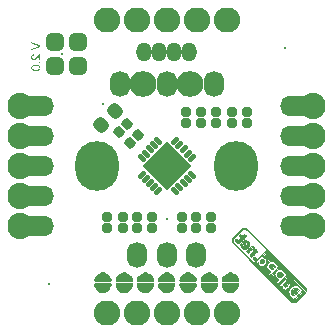
<source format=gbs>
G04*
G04 #@! TF.GenerationSoftware,Altium Limited,Altium Designer,18.1.6 (161)*
G04*
G04 Layer_Color=16711935*
%FSLAX25Y25*%
%MOIN*%
G70*
G01*
G75*
%ADD15O,0.12611X0.06706*%
%ADD16O,0.05131X0.06312*%
%ADD17O,0.06700X0.08600*%
%ADD18O,0.08900X0.08600*%
%ADD19O,0.14580X0.16548*%
%ADD20O,0.08800X0.08300*%
%ADD21O,0.08300X0.08800*%
%ADD22C,0.00800*%
%ADD23C,0.00400*%
%ADD24C,0.01200*%
%ADD25C,0.01100*%
%ADD37O,0.03937X0.01968*%
%ADD48C,0.00100*%
G04:AMPARAMS|DCode=49|XSize=32.5mil|YSize=34mil|CornerRadius=10.13mil|HoleSize=0mil|Usage=FLASHONLY|Rotation=270.000|XOffset=0mil|YOffset=0mil|HoleType=Round|Shape=RoundedRectangle|*
%AMROUNDEDRECTD49*
21,1,0.03250,0.01375,0,0,270.0*
21,1,0.01225,0.03400,0,0,270.0*
1,1,0.02025,-0.00688,-0.00613*
1,1,0.02025,-0.00688,0.00613*
1,1,0.02025,0.00688,0.00613*
1,1,0.02025,0.00688,-0.00613*
%
%ADD49ROUNDEDRECTD49*%
G04:AMPARAMS|DCode=50|XSize=17.84mil|YSize=31.62mil|CornerRadius=0mil|HoleSize=0mil|Usage=FLASHONLY|Rotation=135.000|XOffset=0mil|YOffset=0mil|HoleType=Round|Shape=Round|*
%AMOVALD50*
21,1,0.01378,0.01784,0.00000,0.00000,225.0*
1,1,0.01784,0.00487,0.00487*
1,1,0.01784,-0.00487,-0.00487*
%
%ADD50OVALD50*%

G04:AMPARAMS|DCode=51|XSize=17.84mil|YSize=31.62mil|CornerRadius=0mil|HoleSize=0mil|Usage=FLASHONLY|Rotation=225.000|XOffset=0mil|YOffset=0mil|HoleType=Round|Shape=Round|*
%AMOVALD51*
21,1,0.01378,0.01784,0.00000,0.00000,315.0*
1,1,0.01784,-0.00487,0.00487*
1,1,0.01784,0.00487,-0.00487*
%
%ADD51OVALD51*%

%ADD52P,0.16164X4X270.0*%
G04:AMPARAMS|DCode=53|XSize=32.5mil|YSize=34mil|CornerRadius=10.13mil|HoleSize=0mil|Usage=FLASHONLY|Rotation=45.000|XOffset=0mil|YOffset=0mil|HoleType=Round|Shape=RoundedRectangle|*
%AMROUNDEDRECTD53*
21,1,0.03250,0.01375,0,0,45.0*
21,1,0.01225,0.03400,0,0,45.0*
1,1,0.02025,0.00919,-0.00053*
1,1,0.02025,0.00053,-0.00919*
1,1,0.02025,-0.00919,0.00053*
1,1,0.02025,-0.00053,0.00919*
%
%ADD53ROUNDEDRECTD53*%
G04:AMPARAMS|DCode=54|XSize=43mil|YSize=49mil|CornerRadius=12.75mil|HoleSize=0mil|Usage=FLASHONLY|Rotation=225.000|XOffset=0mil|YOffset=0mil|HoleType=Round|Shape=RoundedRectangle|*
%AMROUNDEDRECTD54*
21,1,0.04300,0.02350,0,0,225.0*
21,1,0.01750,0.04900,0,0,225.0*
1,1,0.02550,-0.01450,0.00212*
1,1,0.02550,-0.00212,0.01450*
1,1,0.02550,0.01450,-0.00212*
1,1,0.02550,0.00212,-0.01450*
%
%ADD54ROUNDEDRECTD54*%
G04:AMPARAMS|DCode=55|XSize=59mil|YSize=59mil|CornerRadius=16.75mil|HoleSize=0mil|Usage=FLASHONLY|Rotation=180.000|XOffset=0mil|YOffset=0mil|HoleType=Round|Shape=RoundedRectangle|*
%AMROUNDEDRECTD55*
21,1,0.05900,0.02550,0,0,180.0*
21,1,0.02550,0.05900,0,0,180.0*
1,1,0.03350,-0.01275,0.01275*
1,1,0.03350,0.01275,0.01275*
1,1,0.03350,0.01275,-0.01275*
1,1,0.03350,-0.01275,-0.01275*
%
%ADD55ROUNDEDRECTD55*%
G36*
X-42146Y40270D02*
Y39851D01*
X-45170Y38671D01*
Y39077D01*
X-42972Y39899D01*
X-42880Y39933D01*
X-42792Y39964D01*
X-42709Y39990D01*
X-42635Y40012D01*
X-42570Y40034D01*
X-42522Y40047D01*
X-42504Y40051D01*
X-42491Y40056D01*
X-42482Y40060D01*
X-42478D01*
X-42653Y40113D01*
X-42736Y40139D01*
X-42810Y40165D01*
X-42875Y40187D01*
X-42902Y40196D01*
X-42928Y40200D01*
X-42946Y40209D01*
X-42959Y40213D01*
X-42967Y40218D01*
X-42972D01*
X-45170Y41004D01*
Y41441D01*
X-42146Y40270D01*
D02*
G37*
G36*
Y35332D02*
X-42504D01*
Y36822D01*
X-42578Y36770D01*
X-42609Y36743D01*
X-42640Y36722D01*
X-42666Y36700D01*
X-42683Y36682D01*
X-42696Y36669D01*
X-42701Y36665D01*
X-42723Y36643D01*
X-42744Y36617D01*
X-42801Y36555D01*
X-42867Y36486D01*
X-42932Y36411D01*
X-42989Y36341D01*
X-43015Y36311D01*
X-43042Y36285D01*
X-43059Y36263D01*
X-43072Y36245D01*
X-43081Y36237D01*
X-43085Y36232D01*
X-43146Y36162D01*
X-43203Y36092D01*
X-43260Y36031D01*
X-43308Y35974D01*
X-43356Y35922D01*
X-43400Y35878D01*
X-43439Y35835D01*
X-43474Y35800D01*
X-43509Y35765D01*
X-43535Y35738D01*
X-43557Y35717D01*
X-43579Y35695D01*
X-43605Y35673D01*
X-43614Y35664D01*
X-43688Y35603D01*
X-43754Y35550D01*
X-43819Y35507D01*
X-43872Y35472D01*
X-43920Y35445D01*
X-43955Y35428D01*
X-43977Y35419D01*
X-43986Y35415D01*
X-44051Y35389D01*
X-44117Y35371D01*
X-44178Y35354D01*
X-44230Y35345D01*
X-44278Y35341D01*
X-44313Y35336D01*
X-44335D01*
X-44344D01*
X-44409Y35341D01*
X-44471Y35349D01*
X-44532Y35358D01*
X-44584Y35376D01*
X-44689Y35419D01*
X-44772Y35463D01*
X-44811Y35489D01*
X-44842Y35511D01*
X-44873Y35533D01*
X-44894Y35555D01*
X-44912Y35572D01*
X-44930Y35581D01*
X-44934Y35590D01*
X-44938Y35594D01*
X-44982Y35642D01*
X-45021Y35695D01*
X-45052Y35751D01*
X-45078Y35808D01*
X-45122Y35922D01*
X-45152Y36035D01*
X-45161Y36084D01*
X-45170Y36132D01*
X-45174Y36175D01*
X-45178Y36210D01*
X-45183Y36241D01*
Y36285D01*
X-45178Y36363D01*
X-45174Y36437D01*
X-45161Y36507D01*
X-45148Y36573D01*
X-45131Y36634D01*
X-45113Y36691D01*
X-45091Y36743D01*
X-45069Y36792D01*
X-45047Y36835D01*
X-45026Y36870D01*
X-45008Y36901D01*
X-44991Y36927D01*
X-44978Y36949D01*
X-44964Y36962D01*
X-44960Y36971D01*
X-44956Y36975D01*
X-44912Y37019D01*
X-44864Y37058D01*
X-44811Y37097D01*
X-44759Y37128D01*
X-44654Y37180D01*
X-44549Y37215D01*
X-44501Y37229D01*
X-44453Y37242D01*
X-44414Y37250D01*
X-44379Y37259D01*
X-44348Y37264D01*
X-44326D01*
X-44313Y37268D01*
X-44309D01*
X-44270Y36888D01*
X-44370Y36879D01*
X-44458Y36861D01*
X-44536Y36835D01*
X-44597Y36805D01*
X-44650Y36778D01*
X-44685Y36752D01*
X-44707Y36735D01*
X-44715Y36726D01*
X-44768Y36660D01*
X-44807Y36590D01*
X-44838Y36516D01*
X-44855Y36451D01*
X-44868Y36389D01*
X-44873Y36337D01*
X-44877Y36320D01*
Y36293D01*
X-44873Y36202D01*
X-44855Y36119D01*
X-44829Y36049D01*
X-44803Y35987D01*
X-44772Y35939D01*
X-44750Y35909D01*
X-44733Y35887D01*
X-44724Y35878D01*
X-44663Y35826D01*
X-44602Y35786D01*
X-44541Y35756D01*
X-44479Y35738D01*
X-44431Y35725D01*
X-44388Y35721D01*
X-44361Y35717D01*
X-44357D01*
X-44353D01*
X-44274Y35725D01*
X-44191Y35743D01*
X-44117Y35773D01*
X-44047Y35804D01*
X-43990Y35839D01*
X-43942Y35869D01*
X-43924Y35878D01*
X-43911Y35887D01*
X-43907Y35896D01*
X-43903D01*
X-43854Y35931D01*
X-43806Y35974D01*
X-43754Y36022D01*
X-43701Y36075D01*
X-43597Y36184D01*
X-43492Y36293D01*
X-43444Y36350D01*
X-43400Y36398D01*
X-43361Y36446D01*
X-43326Y36486D01*
X-43299Y36516D01*
X-43278Y36542D01*
X-43264Y36560D01*
X-43260Y36564D01*
X-43168Y36674D01*
X-43081Y36774D01*
X-43002Y36857D01*
X-42937Y36923D01*
X-42880Y36979D01*
X-42841Y37019D01*
X-42814Y37041D01*
X-42810Y37049D01*
X-42806D01*
X-42731Y37110D01*
X-42661Y37159D01*
X-42592Y37202D01*
X-42530Y37237D01*
X-42478Y37264D01*
X-42439Y37281D01*
X-42412Y37290D01*
X-42408Y37294D01*
X-42404D01*
X-42355Y37312D01*
X-42312Y37320D01*
X-42268Y37329D01*
X-42229Y37333D01*
X-42194Y37338D01*
X-42168D01*
X-42150D01*
X-42146D01*
Y35332D01*
D02*
G37*
G36*
Y34301D02*
X-42570D01*
Y34725D01*
X-42146D01*
Y34301D01*
D02*
G37*
G36*
X-43483Y33754D02*
X-43339Y33746D01*
X-43208Y33733D01*
X-43085Y33711D01*
X-42972Y33689D01*
X-42871Y33663D01*
X-42779Y33636D01*
X-42701Y33610D01*
X-42631Y33584D01*
X-42570Y33553D01*
X-42517Y33531D01*
X-42478Y33510D01*
X-42443Y33488D01*
X-42421Y33475D01*
X-42408Y33466D01*
X-42404Y33461D01*
X-42351Y33413D01*
X-42303Y33361D01*
X-42259Y33304D01*
X-42224Y33247D01*
X-42194Y33191D01*
X-42168Y33134D01*
X-42150Y33077D01*
X-42133Y33024D01*
X-42120Y32972D01*
X-42111Y32924D01*
X-42102Y32880D01*
X-42098Y32845D01*
X-42093Y32815D01*
Y32771D01*
X-42102Y32653D01*
X-42120Y32544D01*
X-42150Y32452D01*
X-42181Y32373D01*
X-42211Y32308D01*
X-42229Y32286D01*
X-42242Y32264D01*
X-42251Y32247D01*
X-42259Y32234D01*
X-42268Y32229D01*
Y32225D01*
X-42342Y32146D01*
X-42421Y32081D01*
X-42509Y32024D01*
X-42587Y31980D01*
X-42661Y31945D01*
X-42692Y31928D01*
X-42723Y31919D01*
X-42744Y31910D01*
X-42762Y31901D01*
X-42771Y31897D01*
X-42775D01*
X-42841Y31875D01*
X-42906Y31858D01*
X-43046Y31831D01*
X-43190Y31810D01*
X-43330Y31797D01*
X-43391Y31792D01*
X-43448Y31788D01*
X-43501D01*
X-43549Y31784D01*
X-43584D01*
X-43614D01*
X-43632D01*
X-43636D01*
X-43719D01*
X-43798Y31788D01*
X-43867D01*
X-43938Y31792D01*
X-43999Y31801D01*
X-44060Y31805D01*
X-44112Y31810D01*
X-44160Y31818D01*
X-44204Y31823D01*
X-44243Y31831D01*
X-44274Y31836D01*
X-44300Y31840D01*
X-44322Y31845D01*
X-44335Y31849D01*
X-44344Y31853D01*
X-44348D01*
X-44444Y31880D01*
X-44532Y31910D01*
X-44606Y31945D01*
X-44672Y31971D01*
X-44728Y32002D01*
X-44768Y32019D01*
X-44790Y32037D01*
X-44798Y32041D01*
X-44864Y32089D01*
X-44921Y32137D01*
X-44969Y32190D01*
X-45013Y32238D01*
X-45043Y32282D01*
X-45065Y32317D01*
X-45078Y32339D01*
X-45082Y32343D01*
Y32347D01*
X-45117Y32417D01*
X-45139Y32491D01*
X-45157Y32561D01*
X-45170Y32627D01*
X-45178Y32684D01*
X-45183Y32732D01*
Y32771D01*
X-45174Y32889D01*
X-45157Y32998D01*
X-45126Y33090D01*
X-45096Y33169D01*
X-45061Y33234D01*
X-45047Y33261D01*
X-45030Y33282D01*
X-45021Y33300D01*
X-45013Y33313D01*
X-45004Y33317D01*
Y33322D01*
X-44934Y33400D01*
X-44851Y33466D01*
X-44768Y33523D01*
X-44689Y33566D01*
X-44615Y33601D01*
X-44584Y33619D01*
X-44554Y33628D01*
X-44532Y33636D01*
X-44514Y33645D01*
X-44506Y33650D01*
X-44501D01*
X-44436Y33667D01*
X-44370Y33684D01*
X-44226Y33711D01*
X-44082Y33733D01*
X-43946Y33746D01*
X-43881Y33750D01*
X-43824Y33754D01*
X-43771D01*
X-43723Y33759D01*
X-43688D01*
X-43658D01*
X-43640D01*
X-43636D01*
X-43483Y33754D01*
D02*
G37*
G36*
X21260Y-35426D02*
X21731Y-35416D01*
X21731D01*
D01*
X21784Y-35418D01*
X21835Y-35428D01*
X21885Y-35444D01*
X22779Y-35793D01*
X22827Y-35815D01*
X22871Y-35843D01*
X22911Y-35877D01*
X22911Y-35877D01*
D01*
X23603Y-36541D01*
X23603Y-36541D01*
D01*
X23639Y-36580D01*
X23648Y-36593D01*
X23668Y-36623D01*
X23693Y-36670D01*
X23693Y-36670D01*
X24078Y-37548D01*
X24078Y-37549D01*
X24096Y-37598D01*
X24107Y-37649D01*
X24111Y-37701D01*
X24121Y-38181D01*
X24121Y-38185D01*
X24121Y-38189D01*
Y-38189D01*
X24120Y-38212D01*
X24119Y-38233D01*
X24118Y-38237D01*
X24118Y-38241D01*
X24113Y-38263D01*
X24110Y-38285D01*
X24108Y-38289D01*
X24108Y-38293D01*
X24100Y-38314D01*
X24094Y-38335D01*
X24092Y-38339D01*
X24091Y-38342D01*
X24081Y-38363D01*
X24071Y-38382D01*
X24069Y-38386D01*
X24068Y-38389D01*
X24063Y-38396D01*
X24055Y-38408D01*
X24043Y-38427D01*
X24041Y-38430D01*
X24038Y-38433D01*
X24024Y-38450D01*
X24010Y-38467D01*
X24006Y-38469D01*
X24004Y-38473D01*
X24004Y-38473D01*
X23987Y-38487D01*
X23971Y-38502D01*
X23968Y-38504D01*
X23964Y-38507D01*
X23946Y-38519D01*
X23928Y-38532D01*
X23924Y-38534D01*
X23921Y-38536D01*
X23901Y-38546D01*
X23881Y-38556D01*
X23877Y-38558D01*
X23874Y-38559D01*
X23853Y-38566D01*
X23832Y-38574D01*
X23828Y-38575D01*
X23824Y-38576D01*
X23802Y-38581D01*
X23781Y-38585D01*
X23777Y-38586D01*
X23773Y-38587D01*
X23751Y-38588D01*
X23729Y-38590D01*
X23724Y-38590D01*
X23720Y-38590D01*
X23720Y-38590D01*
X18799Y-38590D01*
X18795Y-38590D01*
X18791Y-38590D01*
X18769Y-38588D01*
X18747Y-38586D01*
X18743Y-38586D01*
X18739Y-38585D01*
X18717Y-38581D01*
X18696Y-38576D01*
X18692Y-38575D01*
X18688Y-38574D01*
X18667Y-38566D01*
X18646Y-38559D01*
X18642Y-38557D01*
X18638Y-38556D01*
X18619Y-38546D01*
X18599Y-38536D01*
X18596Y-38534D01*
X18592Y-38532D01*
X18574Y-38519D01*
X18555Y-38507D01*
X18552Y-38504D01*
X18549Y-38502D01*
X18532Y-38487D01*
X18516Y-38472D01*
X18513Y-38469D01*
X18510Y-38467D01*
X18496Y-38450D01*
X18481Y-38433D01*
X18479Y-38430D01*
X18476Y-38426D01*
X18464Y-38408D01*
X18452Y-38389D01*
X18450Y-38386D01*
X18448Y-38382D01*
X18439Y-38362D01*
X18429Y-38342D01*
X18428Y-38339D01*
X18426Y-38335D01*
X18419Y-38314D01*
X18412Y-38293D01*
X18411Y-38289D01*
X18410Y-38285D01*
X18406Y-38263D01*
X18402Y-38241D01*
X18402Y-38237D01*
X18401Y-38233D01*
X18400Y-38211D01*
X18398Y-38189D01*
X18399Y-38185D01*
X18398Y-38181D01*
X18408Y-37701D01*
D01*
Y-37701D01*
X18413Y-37649D01*
X18424Y-37598D01*
X18429Y-37585D01*
X18442Y-37548D01*
X18442Y-37548D01*
X18827Y-36669D01*
X18827Y-36669D01*
D01*
X18851Y-36623D01*
X18881Y-36580D01*
X18917Y-36541D01*
X19609Y-35877D01*
D01*
X19609Y-35877D01*
X19615Y-35871D01*
X19649Y-35843D01*
X19677Y-35825D01*
X19693Y-35815D01*
X19710Y-35807D01*
X19741Y-35792D01*
X19741Y-35792D01*
X20634Y-35444D01*
X20635Y-35443D01*
X20669Y-35433D01*
X20684Y-35428D01*
X20696Y-35426D01*
X20736Y-35418D01*
X20784Y-35416D01*
X20788Y-35416D01*
X20788D01*
X20788D01*
X21260Y-35426D01*
D02*
G37*
G36*
X14173D02*
X14645Y-35416D01*
X14645D01*
D01*
X14697Y-35418D01*
X14749Y-35428D01*
X14799Y-35444D01*
X15693Y-35793D01*
X15740Y-35815D01*
X15784Y-35843D01*
X15824Y-35877D01*
X15824Y-35877D01*
D01*
X16517Y-36541D01*
X16517Y-36541D01*
D01*
X16552Y-36580D01*
X16561Y-36593D01*
X16582Y-36623D01*
X16606Y-36670D01*
X16606Y-36670D01*
X16991Y-37548D01*
X16991Y-37549D01*
X17009Y-37598D01*
X17020Y-37649D01*
X17025Y-37701D01*
X17034Y-38181D01*
X17034Y-38185D01*
X17035Y-38189D01*
Y-38189D01*
X17033Y-38212D01*
X17032Y-38233D01*
X17031Y-38237D01*
X17031Y-38241D01*
X17027Y-38263D01*
X17023Y-38285D01*
X17022Y-38289D01*
X17021Y-38293D01*
X17014Y-38314D01*
X17007Y-38335D01*
X17006Y-38339D01*
X17004Y-38342D01*
X16994Y-38363D01*
X16985Y-38382D01*
X16983Y-38386D01*
X16981Y-38389D01*
X16976Y-38396D01*
X16969Y-38408D01*
X16957Y-38427D01*
X16954Y-38430D01*
X16952Y-38433D01*
X16937Y-38450D01*
X16923Y-38467D01*
X16920Y-38469D01*
X16917Y-38473D01*
X16917Y-38473D01*
X16901Y-38487D01*
X16884Y-38502D01*
X16881Y-38504D01*
X16878Y-38507D01*
X16860Y-38519D01*
X16841Y-38532D01*
X16838Y-38534D01*
X16834Y-38536D01*
X16815Y-38546D01*
X16795Y-38556D01*
X16791Y-38558D01*
X16787Y-38559D01*
X16766Y-38566D01*
X16745Y-38574D01*
X16741Y-38575D01*
X16737Y-38576D01*
X16716Y-38581D01*
X16694Y-38585D01*
X16690Y-38586D01*
X16686Y-38587D01*
X16664Y-38588D01*
X16642Y-38590D01*
X16638Y-38590D01*
X16634Y-38590D01*
X16634Y-38590D01*
X11713Y-38590D01*
X11709Y-38590D01*
X11705Y-38590D01*
X11682Y-38588D01*
X11660Y-38586D01*
X11656Y-38586D01*
X11652Y-38585D01*
X11631Y-38581D01*
X11609Y-38576D01*
X11605Y-38575D01*
X11601Y-38574D01*
X11580Y-38566D01*
X11559Y-38559D01*
X11556Y-38557D01*
X11552Y-38556D01*
X11532Y-38546D01*
X11512Y-38536D01*
X11509Y-38534D01*
X11505Y-38532D01*
X11487Y-38519D01*
X11469Y-38507D01*
X11466Y-38504D01*
X11462Y-38502D01*
X11446Y-38487D01*
X11429Y-38472D01*
X11427Y-38469D01*
X11423Y-38467D01*
X11409Y-38450D01*
X11395Y-38433D01*
X11392Y-38430D01*
X11390Y-38426D01*
X11378Y-38408D01*
X11366Y-38389D01*
X11364Y-38386D01*
X11361Y-38382D01*
X11352Y-38362D01*
X11342Y-38342D01*
X11341Y-38339D01*
X11339Y-38335D01*
X11333Y-38314D01*
X11326Y-38293D01*
X11325Y-38289D01*
X11323Y-38285D01*
X11320Y-38263D01*
X11315Y-38241D01*
X11315Y-38237D01*
X11314Y-38233D01*
X11313Y-38211D01*
X11312Y-38189D01*
X11312Y-38185D01*
X11312Y-38181D01*
X11322Y-37701D01*
D01*
Y-37701D01*
X11326Y-37649D01*
X11337Y-37598D01*
X11342Y-37585D01*
X11355Y-37548D01*
X11355Y-37548D01*
X11740Y-36669D01*
X11740Y-36669D01*
D01*
X11765Y-36623D01*
X11795Y-36580D01*
X11830Y-36541D01*
X12522Y-35877D01*
D01*
X12522Y-35877D01*
X12529Y-35871D01*
X12562Y-35843D01*
X12591Y-35825D01*
X12607Y-35815D01*
X12624Y-35807D01*
X12654Y-35792D01*
X12654Y-35792D01*
X13548Y-35444D01*
X13548Y-35443D01*
X13582Y-35433D01*
X13598Y-35428D01*
X13609Y-35426D01*
X13649Y-35418D01*
X13697Y-35416D01*
X13702Y-35416D01*
X13702D01*
X13702D01*
X14173Y-35426D01*
D02*
G37*
G36*
X7086D02*
X7558Y-35416D01*
X7558D01*
D01*
X7611Y-35418D01*
X7662Y-35428D01*
X7712Y-35444D01*
X8606Y-35793D01*
X8653Y-35815D01*
X8698Y-35843D01*
X8738Y-35877D01*
X8738Y-35877D01*
D01*
X9430Y-36541D01*
X9430Y-36541D01*
D01*
X9465Y-36580D01*
X9474Y-36593D01*
X9495Y-36623D01*
X9519Y-36670D01*
X9519Y-36670D01*
X9905Y-37548D01*
X9905Y-37549D01*
X9922Y-37598D01*
X9934Y-37649D01*
X9938Y-37701D01*
X9948Y-38181D01*
X9948Y-38185D01*
X9948Y-38189D01*
Y-38189D01*
X9946Y-38212D01*
X9946Y-38233D01*
X9945Y-38237D01*
X9945Y-38241D01*
X9940Y-38263D01*
X9936Y-38285D01*
X9935Y-38289D01*
X9934Y-38293D01*
X9927Y-38314D01*
X9921Y-38335D01*
X9919Y-38339D01*
X9917Y-38342D01*
X9907Y-38363D01*
X9898Y-38382D01*
X9896Y-38386D01*
X9894Y-38389D01*
X9890Y-38396D01*
X9882Y-38408D01*
X9870Y-38427D01*
X9867Y-38430D01*
X9865Y-38433D01*
X9850Y-38450D01*
X9836Y-38467D01*
X9833Y-38469D01*
X9831Y-38473D01*
X9831Y-38473D01*
X9814Y-38487D01*
X9798Y-38502D01*
X9794Y-38504D01*
X9791Y-38507D01*
X9773Y-38519D01*
X9755Y-38532D01*
X9751Y-38534D01*
X9748Y-38536D01*
X9728Y-38546D01*
X9708Y-38556D01*
X9704Y-38558D01*
X9701Y-38559D01*
X9680Y-38566D01*
X9659Y-38574D01*
X9655Y-38575D01*
X9651Y-38576D01*
X9629Y-38581D01*
X9607Y-38585D01*
X9603Y-38586D01*
X9600Y-38587D01*
X9578Y-38588D01*
X9555Y-38590D01*
X9551Y-38590D01*
X9547Y-38590D01*
X9547Y-38590D01*
X4626Y-38590D01*
X4622Y-38590D01*
X4618Y-38590D01*
X4596Y-38588D01*
X4574Y-38586D01*
X4570Y-38586D01*
X4566Y-38585D01*
X4544Y-38581D01*
X4522Y-38576D01*
X4518Y-38575D01*
X4515Y-38574D01*
X4494Y-38566D01*
X4473Y-38559D01*
X4469Y-38557D01*
X4465Y-38556D01*
X4445Y-38546D01*
X4426Y-38536D01*
X4422Y-38534D01*
X4419Y-38532D01*
X4400Y-38519D01*
X4382Y-38507D01*
X4379Y-38504D01*
X4376Y-38502D01*
X4359Y-38487D01*
X4343Y-38472D01*
X4340Y-38469D01*
X4337Y-38467D01*
X4323Y-38450D01*
X4308Y-38433D01*
X4306Y-38430D01*
X4303Y-38426D01*
X4291Y-38408D01*
X4279Y-38389D01*
X4277Y-38386D01*
X4275Y-38382D01*
X4265Y-38362D01*
X4256Y-38342D01*
X4254Y-38339D01*
X4253Y-38335D01*
X4246Y-38314D01*
X4239Y-38293D01*
X4238Y-38289D01*
X4237Y-38285D01*
X4233Y-38263D01*
X4229Y-38241D01*
X4228Y-38237D01*
X4228Y-38233D01*
X4227Y-38211D01*
X4225Y-38189D01*
X4225Y-38185D01*
X4225Y-38181D01*
X4235Y-37701D01*
D01*
Y-37701D01*
X4240Y-37649D01*
X4251Y-37598D01*
X4256Y-37585D01*
X4269Y-37548D01*
X4269Y-37548D01*
X4654Y-36669D01*
X4654Y-36669D01*
D01*
X4678Y-36623D01*
X4708Y-36580D01*
X4743Y-36541D01*
X5436Y-35877D01*
D01*
X5436Y-35877D01*
X5442Y-35871D01*
X5476Y-35843D01*
X5504Y-35825D01*
X5520Y-35815D01*
X5537Y-35807D01*
X5567Y-35792D01*
X5567Y-35792D01*
X6461Y-35444D01*
X6461Y-35443D01*
X6495Y-35433D01*
X6511Y-35428D01*
X6522Y-35426D01*
X6563Y-35418D01*
X6611Y-35416D01*
X6615Y-35416D01*
X6615D01*
X6615D01*
X7086Y-35426D01*
D02*
G37*
G36*
X-0D02*
X472Y-35416D01*
X472D01*
D01*
X524Y-35418D01*
X576Y-35428D01*
X626Y-35444D01*
X1519Y-35793D01*
X1567Y-35815D01*
X1611Y-35843D01*
X1651Y-35877D01*
X1651Y-35877D01*
D01*
X2343Y-36541D01*
X2343Y-36541D01*
D01*
X2379Y-36580D01*
X2388Y-36593D01*
X2409Y-36623D01*
X2433Y-36670D01*
X2433Y-36670D01*
X2818Y-37548D01*
X2818Y-37549D01*
X2836Y-37598D01*
X2847Y-37649D01*
X2852Y-37701D01*
X2861Y-38181D01*
X2861Y-38185D01*
X2861Y-38189D01*
Y-38189D01*
X2860Y-38212D01*
X2859Y-38233D01*
X2858Y-38237D01*
X2858Y-38241D01*
X2854Y-38263D01*
X2850Y-38285D01*
X2849Y-38289D01*
X2848Y-38293D01*
X2840Y-38314D01*
X2834Y-38335D01*
X2832Y-38339D01*
X2831Y-38342D01*
X2821Y-38363D01*
X2812Y-38382D01*
X2809Y-38386D01*
X2808Y-38389D01*
X2803Y-38396D01*
X2795Y-38408D01*
X2783Y-38427D01*
X2781Y-38430D01*
X2779Y-38433D01*
X2764Y-38450D01*
X2750Y-38467D01*
X2747Y-38469D01*
X2744Y-38473D01*
X2744Y-38473D01*
X2727Y-38487D01*
X2711Y-38502D01*
X2708Y-38504D01*
X2705Y-38507D01*
X2686Y-38519D01*
X2668Y-38532D01*
X2664Y-38534D01*
X2661Y-38536D01*
X2641Y-38546D01*
X2621Y-38556D01*
X2618Y-38558D01*
X2614Y-38559D01*
X2593Y-38566D01*
X2572Y-38574D01*
X2568Y-38575D01*
X2564Y-38576D01*
X2543Y-38581D01*
X2521Y-38585D01*
X2517Y-38586D01*
X2513Y-38587D01*
X2491Y-38588D01*
X2469Y-38590D01*
X2465Y-38590D01*
X2461Y-38590D01*
X2460Y-38590D01*
X-2461Y-38590D01*
X-2465Y-38590D01*
X-2469Y-38590D01*
X-2491Y-38588D01*
X-2513Y-38586D01*
X-2517Y-38586D01*
X-2521Y-38585D01*
X-2543Y-38581D01*
X-2564Y-38576D01*
X-2568Y-38575D01*
X-2572Y-38574D01*
X-2593Y-38566D01*
X-2614Y-38559D01*
X-2618Y-38557D01*
X-2622Y-38556D01*
X-2641Y-38546D01*
X-2661Y-38536D01*
X-2664Y-38534D01*
X-2668Y-38532D01*
X-2686Y-38519D01*
X-2705Y-38507D01*
X-2708Y-38504D01*
X-2711Y-38502D01*
X-2727Y-38487D01*
X-2744Y-38472D01*
X-2747Y-38469D01*
X-2750Y-38467D01*
X-2764Y-38450D01*
X-2779Y-38433D01*
X-2781Y-38430D01*
X-2784Y-38426D01*
X-2795Y-38408D01*
X-2808Y-38389D01*
X-2809Y-38386D01*
X-2812Y-38382D01*
X-2821Y-38362D01*
X-2831Y-38342D01*
X-2832Y-38339D01*
X-2834Y-38335D01*
X-2841Y-38314D01*
X-2848Y-38293D01*
X-2849Y-38289D01*
X-2850Y-38285D01*
X-2854Y-38263D01*
X-2858Y-38241D01*
X-2858Y-38237D01*
X-2859Y-38233D01*
X-2860Y-38211D01*
X-2861Y-38189D01*
X-2861Y-38185D01*
X-2861Y-38181D01*
X-2851Y-37701D01*
D01*
Y-37701D01*
X-2847Y-37649D01*
X-2836Y-37598D01*
X-2831Y-37585D01*
X-2818Y-37548D01*
X-2818Y-37548D01*
X-2433Y-36669D01*
X-2433Y-36669D01*
D01*
X-2409Y-36623D01*
X-2379Y-36580D01*
X-2343Y-36541D01*
X-1651Y-35877D01*
D01*
X-1651Y-35877D01*
X-1645Y-35871D01*
X-1611Y-35843D01*
X-1583Y-35825D01*
X-1567Y-35815D01*
X-1550Y-35807D01*
X-1519Y-35792D01*
X-1519Y-35792D01*
X-625Y-35444D01*
X-625Y-35443D01*
X-591Y-35433D01*
X-575Y-35428D01*
X-564Y-35426D01*
X-524Y-35418D01*
X-476Y-35416D01*
X-471Y-35416D01*
X-471D01*
X-471D01*
X-0Y-35426D01*
D02*
G37*
G36*
X-7087D02*
X-6615Y-35416D01*
X-6615D01*
D01*
X-6563Y-35418D01*
X-6511Y-35428D01*
X-6461Y-35444D01*
X-5567Y-35793D01*
X-5520Y-35815D01*
X-5476Y-35843D01*
X-5435Y-35877D01*
X-5435Y-35877D01*
D01*
X-4743Y-36541D01*
X-4743Y-36541D01*
D01*
X-4708Y-36580D01*
X-4699Y-36593D01*
X-4678Y-36623D01*
X-4654Y-36670D01*
X-4654Y-36670D01*
X-4269Y-37548D01*
X-4269Y-37549D01*
X-4251Y-37598D01*
X-4239Y-37649D01*
X-4235Y-37701D01*
X-4225Y-38181D01*
X-4225Y-38185D01*
X-4225Y-38189D01*
Y-38189D01*
X-4227Y-38212D01*
X-4228Y-38233D01*
X-4228Y-38237D01*
X-4229Y-38241D01*
X-4233Y-38263D01*
X-4237Y-38285D01*
X-4238Y-38289D01*
X-4239Y-38293D01*
X-4246Y-38314D01*
X-4253Y-38335D01*
X-4254Y-38339D01*
X-4256Y-38342D01*
X-4266Y-38363D01*
X-4275Y-38382D01*
X-4277Y-38386D01*
X-4279Y-38389D01*
X-4284Y-38396D01*
X-4291Y-38408D01*
X-4303Y-38427D01*
X-4306Y-38430D01*
X-4308Y-38433D01*
X-4323Y-38450D01*
X-4337Y-38467D01*
X-4340Y-38469D01*
X-4343Y-38473D01*
X-4343Y-38473D01*
X-4359Y-38487D01*
X-4376Y-38502D01*
X-4379Y-38504D01*
X-4382Y-38507D01*
X-4400Y-38519D01*
X-4419Y-38532D01*
X-4422Y-38534D01*
X-4426Y-38536D01*
X-4445Y-38546D01*
X-4465Y-38556D01*
X-4469Y-38558D01*
X-4473Y-38559D01*
X-4494Y-38566D01*
X-4515Y-38574D01*
X-4518Y-38575D01*
X-4522Y-38576D01*
X-4544Y-38581D01*
X-4566Y-38585D01*
X-4570Y-38586D01*
X-4574Y-38587D01*
X-4596Y-38588D01*
X-4618Y-38590D01*
X-4622Y-38590D01*
X-4626Y-38590D01*
X-4626Y-38590D01*
X-9547Y-38590D01*
X-9551Y-38590D01*
X-9555Y-38590D01*
X-9577Y-38588D01*
X-9600Y-38586D01*
X-9604Y-38586D01*
X-9608Y-38585D01*
X-9629Y-38581D01*
X-9651Y-38576D01*
X-9655Y-38575D01*
X-9659Y-38574D01*
X-9680Y-38566D01*
X-9701Y-38559D01*
X-9704Y-38557D01*
X-9708Y-38556D01*
X-9728Y-38546D01*
X-9748Y-38536D01*
X-9751Y-38534D01*
X-9755Y-38532D01*
X-9773Y-38519D01*
X-9791Y-38507D01*
X-9794Y-38504D01*
X-9798Y-38502D01*
X-9814Y-38487D01*
X-9831Y-38472D01*
X-9833Y-38469D01*
X-9836Y-38467D01*
X-9850Y-38450D01*
X-9865Y-38433D01*
X-9867Y-38430D01*
X-9870Y-38426D01*
X-9882Y-38408D01*
X-9894Y-38389D01*
X-9896Y-38386D01*
X-9898Y-38382D01*
X-9908Y-38362D01*
X-9917Y-38342D01*
X-9919Y-38339D01*
X-9921Y-38335D01*
X-9927Y-38314D01*
X-9934Y-38293D01*
X-9935Y-38289D01*
X-9936Y-38285D01*
X-9940Y-38263D01*
X-9945Y-38241D01*
X-9945Y-38237D01*
X-9946Y-38233D01*
X-9947Y-38211D01*
X-9948Y-38189D01*
X-9948Y-38185D01*
X-9948Y-38181D01*
X-9938Y-37701D01*
D01*
Y-37701D01*
X-9934Y-37649D01*
X-9922Y-37598D01*
X-9918Y-37585D01*
X-9905Y-37548D01*
X-9905Y-37548D01*
X-9519Y-36669D01*
X-9519Y-36669D01*
D01*
X-9495Y-36623D01*
X-9465Y-36580D01*
X-9430Y-36541D01*
X-8738Y-35877D01*
D01*
X-8738Y-35877D01*
X-8731Y-35871D01*
X-8698Y-35843D01*
X-8669Y-35825D01*
X-8653Y-35815D01*
X-8636Y-35807D01*
X-8606Y-35792D01*
X-8606Y-35792D01*
X-7712Y-35444D01*
X-7712Y-35443D01*
X-7678Y-35433D01*
X-7662Y-35428D01*
X-7651Y-35426D01*
X-7610Y-35418D01*
X-7563Y-35416D01*
X-7558Y-35416D01*
X-7558D01*
X-7558D01*
X-7087Y-35426D01*
D02*
G37*
G36*
X-14173D02*
X-13702Y-35416D01*
X-13702D01*
D01*
X-13649Y-35418D01*
X-13598Y-35428D01*
X-13548Y-35444D01*
X-12654Y-35793D01*
X-12606Y-35815D01*
X-12562Y-35843D01*
X-12522Y-35877D01*
X-12522Y-35877D01*
D01*
X-11830Y-36541D01*
X-11830Y-36541D01*
D01*
X-11795Y-36580D01*
X-11785Y-36593D01*
X-11765Y-36623D01*
X-11740Y-36670D01*
X-11740Y-36670D01*
X-11355Y-37548D01*
X-11355Y-37549D01*
X-11337Y-37598D01*
X-11326Y-37649D01*
X-11322Y-37701D01*
X-11312Y-38181D01*
X-11312Y-38185D01*
X-11312Y-38189D01*
Y-38189D01*
X-11313Y-38212D01*
X-11314Y-38233D01*
X-11315Y-38237D01*
X-11315Y-38241D01*
X-11320Y-38263D01*
X-11323Y-38285D01*
X-11325Y-38289D01*
X-11326Y-38293D01*
X-11333Y-38314D01*
X-11339Y-38335D01*
X-11341Y-38339D01*
X-11342Y-38342D01*
X-11352Y-38363D01*
X-11361Y-38382D01*
X-11364Y-38386D01*
X-11366Y-38389D01*
X-11370Y-38396D01*
X-11378Y-38408D01*
X-11390Y-38427D01*
X-11392Y-38430D01*
X-11395Y-38433D01*
X-11409Y-38450D01*
X-11423Y-38467D01*
X-11427Y-38469D01*
X-11429Y-38473D01*
X-11429Y-38473D01*
X-11446Y-38487D01*
X-11462Y-38502D01*
X-11466Y-38504D01*
X-11469Y-38507D01*
X-11487Y-38519D01*
X-11505Y-38532D01*
X-11509Y-38534D01*
X-11512Y-38536D01*
X-11532Y-38546D01*
X-11552Y-38556D01*
X-11556Y-38558D01*
X-11559Y-38559D01*
X-11580Y-38566D01*
X-11601Y-38574D01*
X-11605Y-38575D01*
X-11609Y-38576D01*
X-11631Y-38581D01*
X-11652Y-38585D01*
X-11656Y-38586D01*
X-11660Y-38587D01*
X-11682Y-38588D01*
X-11705Y-38590D01*
X-11709Y-38590D01*
X-11713Y-38590D01*
X-11713Y-38590D01*
X-16634Y-38590D01*
X-16638Y-38590D01*
X-16642Y-38590D01*
X-16664Y-38588D01*
X-16686Y-38586D01*
X-16690Y-38586D01*
X-16694Y-38585D01*
X-16716Y-38581D01*
X-16737Y-38576D01*
X-16741Y-38575D01*
X-16745Y-38574D01*
X-16766Y-38566D01*
X-16787Y-38559D01*
X-16791Y-38557D01*
X-16795Y-38556D01*
X-16815Y-38546D01*
X-16834Y-38536D01*
X-16838Y-38534D01*
X-16841Y-38532D01*
X-16860Y-38519D01*
X-16878Y-38507D01*
X-16881Y-38504D01*
X-16884Y-38502D01*
X-16901Y-38487D01*
X-16917Y-38472D01*
X-16920Y-38469D01*
X-16923Y-38467D01*
X-16937Y-38450D01*
X-16952Y-38433D01*
X-16954Y-38430D01*
X-16957Y-38426D01*
X-16969Y-38408D01*
X-16981Y-38389D01*
X-16983Y-38386D01*
X-16985Y-38382D01*
X-16994Y-38362D01*
X-17004Y-38342D01*
X-17005Y-38339D01*
X-17007Y-38335D01*
X-17014Y-38314D01*
X-17021Y-38293D01*
X-17022Y-38289D01*
X-17023Y-38285D01*
X-17027Y-38263D01*
X-17031Y-38241D01*
X-17031Y-38237D01*
X-17032Y-38233D01*
X-17033Y-38211D01*
X-17035Y-38189D01*
X-17034Y-38185D01*
X-17034Y-38181D01*
X-17025Y-37701D01*
D01*
Y-37701D01*
X-17020Y-37649D01*
X-17009Y-37598D01*
X-17004Y-37585D01*
X-16991Y-37548D01*
X-16991Y-37548D01*
X-16606Y-36669D01*
X-16606Y-36669D01*
D01*
X-16582Y-36623D01*
X-16552Y-36580D01*
X-16516Y-36541D01*
X-15824Y-35877D01*
D01*
X-15824Y-35877D01*
X-15818Y-35871D01*
X-15784Y-35843D01*
X-15756Y-35825D01*
X-15740Y-35815D01*
X-15723Y-35807D01*
X-15692Y-35792D01*
X-15692Y-35792D01*
X-14799Y-35444D01*
X-14799Y-35443D01*
X-14764Y-35433D01*
X-14749Y-35428D01*
X-14738Y-35426D01*
X-14697Y-35418D01*
X-14649Y-35416D01*
X-14645Y-35416D01*
X-14645D01*
X-14645D01*
X-14173Y-35426D01*
D02*
G37*
G36*
X-21260D02*
X-20788Y-35416D01*
X-20788D01*
D01*
X-20736Y-35418D01*
X-20684Y-35428D01*
X-20634Y-35444D01*
X-19740Y-35793D01*
X-19693Y-35815D01*
X-19649Y-35843D01*
X-19609Y-35877D01*
X-19609Y-35877D01*
D01*
X-18917Y-36541D01*
X-18916Y-36541D01*
D01*
X-18881Y-36580D01*
X-18872Y-36593D01*
X-18851Y-36623D01*
X-18827Y-36670D01*
X-18827Y-36670D01*
X-18442Y-37548D01*
X-18442Y-37549D01*
X-18424Y-37598D01*
X-18413Y-37649D01*
X-18408Y-37701D01*
X-18398Y-38181D01*
X-18399Y-38185D01*
X-18398Y-38189D01*
Y-38189D01*
X-18400Y-38212D01*
X-18401Y-38233D01*
X-18402Y-38237D01*
X-18402Y-38241D01*
X-18406Y-38263D01*
X-18410Y-38285D01*
X-18411Y-38289D01*
X-18412Y-38293D01*
X-18419Y-38314D01*
X-18426Y-38335D01*
X-18428Y-38339D01*
X-18429Y-38342D01*
X-18439Y-38363D01*
X-18448Y-38382D01*
X-18450Y-38386D01*
X-18452Y-38389D01*
X-18457Y-38396D01*
X-18465Y-38408D01*
X-18476Y-38427D01*
X-18479Y-38430D01*
X-18481Y-38433D01*
X-18496Y-38450D01*
X-18510Y-38467D01*
X-18513Y-38469D01*
X-18516Y-38473D01*
X-18516Y-38473D01*
X-18532Y-38487D01*
X-18549Y-38502D01*
X-18552Y-38504D01*
X-18555Y-38507D01*
X-18574Y-38519D01*
X-18592Y-38532D01*
X-18596Y-38534D01*
X-18599Y-38536D01*
X-18619Y-38546D01*
X-18638Y-38556D01*
X-18642Y-38558D01*
X-18646Y-38559D01*
X-18667Y-38566D01*
X-18688Y-38574D01*
X-18692Y-38575D01*
X-18696Y-38576D01*
X-18717Y-38581D01*
X-18739Y-38585D01*
X-18743Y-38586D01*
X-18747Y-38587D01*
X-18769Y-38588D01*
X-18791Y-38590D01*
X-18795Y-38590D01*
X-18799Y-38590D01*
X-18799Y-38590D01*
X-23720Y-38590D01*
X-23724Y-38590D01*
X-23729Y-38590D01*
X-23751Y-38588D01*
X-23773Y-38586D01*
X-23777Y-38586D01*
X-23781Y-38585D01*
X-23802Y-38581D01*
X-23824Y-38576D01*
X-23828Y-38575D01*
X-23832Y-38574D01*
X-23853Y-38566D01*
X-23874Y-38559D01*
X-23877Y-38557D01*
X-23881Y-38556D01*
X-23901Y-38546D01*
X-23921Y-38536D01*
X-23924Y-38534D01*
X-23928Y-38532D01*
X-23946Y-38519D01*
X-23964Y-38507D01*
X-23968Y-38504D01*
X-23971Y-38502D01*
X-23987Y-38487D01*
X-24004Y-38472D01*
X-24006Y-38469D01*
X-24010Y-38467D01*
X-24024Y-38450D01*
X-24038Y-38433D01*
X-24041Y-38430D01*
X-24043Y-38426D01*
X-24055Y-38408D01*
X-24068Y-38389D01*
X-24069Y-38386D01*
X-24071Y-38382D01*
X-24081Y-38362D01*
X-24091Y-38342D01*
X-24092Y-38339D01*
X-24094Y-38335D01*
X-24101Y-38314D01*
X-24108Y-38293D01*
X-24108Y-38289D01*
X-24110Y-38285D01*
X-24114Y-38263D01*
X-24118Y-38241D01*
X-24118Y-38237D01*
X-24119Y-38233D01*
X-24120Y-38211D01*
X-24121Y-38189D01*
X-24121Y-38185D01*
X-24121Y-38181D01*
X-24111Y-37701D01*
D01*
Y-37701D01*
X-24107Y-37649D01*
X-24096Y-37598D01*
X-24091Y-37585D01*
X-24078Y-37548D01*
X-24078Y-37548D01*
X-23693Y-36669D01*
X-23693Y-36669D01*
D01*
X-23668Y-36623D01*
X-23638Y-36580D01*
X-23603Y-36541D01*
X-22911Y-35877D01*
D01*
X-22911Y-35877D01*
X-22905Y-35871D01*
X-22871Y-35843D01*
X-22842Y-35825D01*
X-22827Y-35815D01*
X-22809Y-35807D01*
X-22779Y-35792D01*
X-22779Y-35792D01*
X-21885Y-35444D01*
X-21885Y-35443D01*
X-21851Y-35433D01*
X-21835Y-35428D01*
X-21824Y-35426D01*
X-21784Y-35418D01*
X-21736Y-35416D01*
X-21731Y-35416D01*
X-21731D01*
X-21731D01*
X-21260Y-35426D01*
D02*
G37*
G36*
X23724Y-38969D02*
X23728Y-38969D01*
X23751Y-38971D01*
X23773Y-38973D01*
X23777Y-38973D01*
X23781Y-38974D01*
X23802Y-38978D01*
X23824Y-38983D01*
X23828Y-38984D01*
X23832Y-38985D01*
X23853Y-38993D01*
X23874Y-39000D01*
X23877Y-39001D01*
X23881Y-39003D01*
X23901Y-39013D01*
X23921Y-39023D01*
X23924Y-39025D01*
X23928Y-39027D01*
X23946Y-39040D01*
X23965Y-39052D01*
X23968Y-39055D01*
X23971Y-39057D01*
X23987Y-39072D01*
X24004Y-39087D01*
X24007Y-39090D01*
X24010Y-39092D01*
X24024Y-39109D01*
X24039Y-39126D01*
X24041Y-39129D01*
X24043Y-39132D01*
X24055Y-39151D01*
X24068Y-39170D01*
X24069Y-39173D01*
X24071Y-39176D01*
X24081Y-39197D01*
X24091Y-39217D01*
X24092Y-39220D01*
X24094Y-39224D01*
X24101Y-39245D01*
X24108Y-39266D01*
X24108Y-39270D01*
X24110Y-39274D01*
X24114Y-39296D01*
X24118Y-39318D01*
X24118Y-39322D01*
X24119Y-39325D01*
X24120Y-39347D01*
X24121Y-39370D01*
X24121Y-39374D01*
X24121Y-39378D01*
X24112Y-39877D01*
X24112Y-39877D01*
X24109Y-39910D01*
X24107Y-39929D01*
X24103Y-39947D01*
X24096Y-39981D01*
X24078Y-40030D01*
X23678Y-40945D01*
X23678Y-40945D01*
X23665Y-40970D01*
X23654Y-40992D01*
X23641Y-41010D01*
X23624Y-41035D01*
X23609Y-41051D01*
X23588Y-41073D01*
X23588Y-41073D01*
X22869Y-41765D01*
X22869Y-41765D01*
X22869Y-41765D01*
X22828Y-41799D01*
X22784Y-41828D01*
X22756Y-41841D01*
X22737Y-41850D01*
X22737Y-41850D01*
D01*
X21807Y-42214D01*
X21807Y-42214D01*
D01*
X21757Y-42230D01*
X21733Y-42234D01*
X21705Y-42239D01*
X21653Y-42241D01*
X21653D01*
X21653D01*
X21154Y-42232D01*
X21153Y-42231D01*
X21153D01*
X20674Y-42222D01*
X20674D01*
X20674D01*
X20621Y-42217D01*
X20599Y-42212D01*
X20570Y-42206D01*
X20521Y-42188D01*
X20521Y-42188D01*
X19642Y-41803D01*
X19642Y-41803D01*
X19618Y-41790D01*
X19596Y-41779D01*
X19553Y-41749D01*
X19514Y-41713D01*
X19514Y-41713D01*
X18849Y-41021D01*
X18849Y-41021D01*
X18816Y-40981D01*
X18787Y-40937D01*
X18765Y-40889D01*
X18416Y-39996D01*
X18411Y-39980D01*
X18400Y-39946D01*
X18393Y-39903D01*
X18391Y-39894D01*
X18389Y-39842D01*
D01*
Y-39842D01*
X18398Y-39362D01*
X18400Y-39340D01*
X18402Y-39318D01*
X18403Y-39314D01*
X18403Y-39310D01*
X18408Y-39288D01*
X18412Y-39266D01*
X18413Y-39262D01*
X18414Y-39259D01*
X18422Y-39238D01*
X18429Y-39217D01*
X18431Y-39213D01*
X18432Y-39209D01*
X18442Y-39190D01*
X18452Y-39170D01*
X18454Y-39166D01*
X18456Y-39163D01*
X18469Y-39145D01*
X18481Y-39126D01*
X18484Y-39123D01*
X18486Y-39120D01*
X18501Y-39103D01*
X18516Y-39087D01*
X18519Y-39084D01*
X18522Y-39081D01*
X18538Y-39067D01*
X18550Y-39057D01*
X18555Y-39052D01*
X18559Y-39050D01*
X18562Y-39047D01*
X18580Y-39035D01*
X18599Y-39023D01*
X18603Y-39021D01*
X18606Y-39019D01*
X18625Y-39010D01*
X18646Y-39000D01*
X18650Y-38998D01*
X18654Y-38997D01*
X18674Y-38990D01*
X18696Y-38983D01*
X18700Y-38982D01*
X18703Y-38981D01*
X18725Y-38977D01*
X18747Y-38973D01*
X18751Y-38972D01*
X18755Y-38972D01*
X18777Y-38971D01*
X18799Y-38969D01*
X23720Y-38969D01*
X23724Y-38969D01*
D02*
G37*
G36*
X16638D02*
X16642Y-38969D01*
X16664Y-38971D01*
X16686Y-38973D01*
X16690Y-38973D01*
X16694Y-38974D01*
X16716Y-38978D01*
X16738Y-38983D01*
X16741Y-38984D01*
X16745Y-38985D01*
X16766Y-38993D01*
X16787Y-39000D01*
X16791Y-39001D01*
X16794Y-39003D01*
X16815Y-39013D01*
X16834Y-39023D01*
X16838Y-39025D01*
X16841Y-39027D01*
X16859Y-39040D01*
X16878Y-39052D01*
X16881Y-39055D01*
X16884Y-39057D01*
X16901Y-39072D01*
X16917Y-39087D01*
X16920Y-39090D01*
X16923Y-39092D01*
X16937Y-39109D01*
X16952Y-39126D01*
X16954Y-39129D01*
X16957Y-39132D01*
X16969Y-39151D01*
X16981Y-39170D01*
X16983Y-39173D01*
X16985Y-39176D01*
X16994Y-39197D01*
X17004Y-39217D01*
X17006Y-39220D01*
X17007Y-39224D01*
X17014Y-39245D01*
X17021Y-39266D01*
X17022Y-39270D01*
X17023Y-39274D01*
X17027Y-39296D01*
X17031Y-39318D01*
X17032Y-39322D01*
X17032Y-39325D01*
X17033Y-39347D01*
X17035Y-39370D01*
X17034Y-39374D01*
X17035Y-39378D01*
X17025Y-39877D01*
X17025Y-39877D01*
X17022Y-39910D01*
X17021Y-39929D01*
X17017Y-39947D01*
X17009Y-39981D01*
X16992Y-40030D01*
X16591Y-40945D01*
X16591Y-40945D01*
X16578Y-40970D01*
X16567Y-40992D01*
X16554Y-41010D01*
X16537Y-41035D01*
X16522Y-41051D01*
X16502Y-41073D01*
X16502Y-41073D01*
X15782Y-41765D01*
X15782Y-41765D01*
X15782Y-41765D01*
X15742Y-41799D01*
X15698Y-41828D01*
X15670Y-41841D01*
X15650Y-41850D01*
X15650Y-41850D01*
D01*
X14720Y-42214D01*
X14720Y-42214D01*
D01*
X14670Y-42230D01*
X14646Y-42234D01*
X14619Y-42239D01*
X14566Y-42241D01*
X14566D01*
X14566D01*
X14067Y-42232D01*
X14067Y-42231D01*
X14067D01*
X13587Y-42222D01*
X13587D01*
X13587D01*
X13535Y-42217D01*
X13512Y-42212D01*
X13484Y-42206D01*
X13434Y-42188D01*
X13434Y-42188D01*
X12556Y-41803D01*
X12555Y-41803D01*
X12531Y-41790D01*
X12509Y-41779D01*
X12466Y-41749D01*
X12427Y-41713D01*
X12427Y-41713D01*
X11763Y-41021D01*
X11763Y-41021D01*
X11729Y-40981D01*
X11701Y-40937D01*
X11678Y-40889D01*
X11329Y-39996D01*
X11325Y-39980D01*
X11314Y-39946D01*
X11306Y-39903D01*
X11304Y-39894D01*
X11302Y-39842D01*
D01*
Y-39842D01*
X11312Y-39362D01*
X11314Y-39340D01*
X11315Y-39318D01*
X11316Y-39314D01*
X11316Y-39310D01*
X11321Y-39288D01*
X11326Y-39266D01*
X11327Y-39262D01*
X11328Y-39259D01*
X11335Y-39238D01*
X11342Y-39217D01*
X11344Y-39213D01*
X11346Y-39209D01*
X11356Y-39190D01*
X11366Y-39170D01*
X11368Y-39166D01*
X11370Y-39163D01*
X11382Y-39145D01*
X11395Y-39126D01*
X11397Y-39123D01*
X11400Y-39120D01*
X11415Y-39103D01*
X11429Y-39087D01*
X11432Y-39084D01*
X11435Y-39081D01*
X11452Y-39067D01*
X11463Y-39057D01*
X11469Y-39052D01*
X11472Y-39050D01*
X11475Y-39047D01*
X11493Y-39035D01*
X11512Y-39023D01*
X11516Y-39021D01*
X11519Y-39019D01*
X11539Y-39010D01*
X11559Y-39000D01*
X11563Y-38998D01*
X11567Y-38997D01*
X11587Y-38990D01*
X11609Y-38983D01*
X11613Y-38982D01*
X11617Y-38981D01*
X11638Y-38977D01*
X11660Y-38973D01*
X11665Y-38972D01*
X11669Y-38972D01*
X11690Y-38971D01*
X11713Y-38969D01*
X16634Y-38969D01*
X16638Y-38969D01*
D02*
G37*
G36*
X9551D02*
X9555Y-38969D01*
X9577Y-38971D01*
X9600Y-38973D01*
X9603Y-38973D01*
X9607Y-38974D01*
X9629Y-38978D01*
X9651Y-38983D01*
X9655Y-38984D01*
X9659Y-38985D01*
X9680Y-38993D01*
X9701Y-39000D01*
X9704Y-39001D01*
X9708Y-39003D01*
X9728Y-39013D01*
X9748Y-39023D01*
X9751Y-39025D01*
X9754Y-39027D01*
X9773Y-39040D01*
X9791Y-39052D01*
X9794Y-39055D01*
X9798Y-39057D01*
X9814Y-39072D01*
X9831Y-39087D01*
X9833Y-39090D01*
X9836Y-39092D01*
X9851Y-39109D01*
X9865Y-39126D01*
X9867Y-39129D01*
X9870Y-39132D01*
X9882Y-39151D01*
X9894Y-39170D01*
X9896Y-39173D01*
X9898Y-39176D01*
X9908Y-39197D01*
X9918Y-39217D01*
X9919Y-39220D01*
X9921Y-39224D01*
X9927Y-39245D01*
X9934Y-39266D01*
X9935Y-39270D01*
X9937Y-39274D01*
X9940Y-39296D01*
X9945Y-39318D01*
X9945Y-39322D01*
X9946Y-39325D01*
X9947Y-39347D01*
X9948Y-39370D01*
X9948Y-39374D01*
X9948Y-39378D01*
X9938Y-39877D01*
X9938Y-39877D01*
X9936Y-39910D01*
X9934Y-39929D01*
X9930Y-39947D01*
X9923Y-39981D01*
X9905Y-40030D01*
X9505Y-40945D01*
X9505Y-40945D01*
X9492Y-40970D01*
X9481Y-40992D01*
X9468Y-41010D01*
X9451Y-41035D01*
X9435Y-41051D01*
X9415Y-41073D01*
X9415Y-41073D01*
X8695Y-41765D01*
X8695Y-41765D01*
X8695Y-41765D01*
X8655Y-41799D01*
X8611Y-41828D01*
X8583Y-41841D01*
X8564Y-41850D01*
X8564Y-41850D01*
D01*
X7634Y-42214D01*
X7634Y-42214D01*
D01*
X7584Y-42230D01*
X7560Y-42234D01*
X7532Y-42239D01*
X7480Y-42241D01*
X7480D01*
X7480D01*
X6980Y-42232D01*
X6980Y-42231D01*
X6980D01*
X6500Y-42222D01*
X6500D01*
X6500D01*
X6448Y-42217D01*
X6426Y-42212D01*
X6397Y-42206D01*
X6348Y-42188D01*
X6348Y-42188D01*
X5469Y-41803D01*
X5469Y-41803D01*
X5445Y-41790D01*
X5422Y-41779D01*
X5379Y-41749D01*
X5341Y-41713D01*
X5341Y-41713D01*
X4676Y-41021D01*
X4676Y-41021D01*
X4642Y-40981D01*
X4614Y-40937D01*
X4592Y-40889D01*
X4243Y-39996D01*
X4238Y-39980D01*
X4227Y-39946D01*
X4219Y-39903D01*
X4218Y-39894D01*
X4216Y-39842D01*
D01*
Y-39842D01*
X4225Y-39362D01*
X4227Y-39340D01*
X4229Y-39318D01*
X4229Y-39314D01*
X4230Y-39310D01*
X4234Y-39288D01*
X4239Y-39266D01*
X4240Y-39262D01*
X4241Y-39259D01*
X4248Y-39238D01*
X4256Y-39217D01*
X4258Y-39213D01*
X4259Y-39209D01*
X4269Y-39190D01*
X4279Y-39170D01*
X4281Y-39166D01*
X4283Y-39163D01*
X4296Y-39145D01*
X4308Y-39126D01*
X4311Y-39123D01*
X4313Y-39120D01*
X4328Y-39103D01*
X4343Y-39087D01*
X4346Y-39084D01*
X4349Y-39081D01*
X4365Y-39067D01*
X4377Y-39057D01*
X4382Y-39052D01*
X4386Y-39050D01*
X4389Y-39047D01*
X4407Y-39035D01*
X4426Y-39023D01*
X4429Y-39021D01*
X4433Y-39019D01*
X4452Y-39010D01*
X4473Y-39000D01*
X4477Y-38998D01*
X4480Y-38997D01*
X4501Y-38990D01*
X4522Y-38983D01*
X4526Y-38982D01*
X4530Y-38981D01*
X4552Y-38977D01*
X4574Y-38973D01*
X4578Y-38972D01*
X4582Y-38972D01*
X4604Y-38971D01*
X4626Y-38969D01*
X9547Y-38969D01*
X9551Y-38969D01*
D02*
G37*
G36*
X2465D02*
X2468Y-38969D01*
X2491Y-38971D01*
X2513Y-38973D01*
X2517Y-38973D01*
X2521Y-38974D01*
X2543Y-38978D01*
X2565Y-38983D01*
X2568Y-38984D01*
X2572Y-38985D01*
X2593Y-38993D01*
X2614Y-39000D01*
X2618Y-39001D01*
X2621Y-39003D01*
X2641Y-39013D01*
X2661Y-39023D01*
X2664Y-39025D01*
X2668Y-39027D01*
X2686Y-39040D01*
X2705Y-39052D01*
X2708Y-39055D01*
X2711Y-39057D01*
X2727Y-39072D01*
X2744Y-39087D01*
X2747Y-39090D01*
X2750Y-39092D01*
X2764Y-39109D01*
X2779Y-39126D01*
X2781Y-39129D01*
X2783Y-39132D01*
X2795Y-39151D01*
X2808Y-39170D01*
X2810Y-39173D01*
X2812Y-39176D01*
X2821Y-39197D01*
X2831Y-39217D01*
X2832Y-39220D01*
X2834Y-39224D01*
X2841Y-39245D01*
X2848Y-39266D01*
X2849Y-39270D01*
X2850Y-39274D01*
X2854Y-39296D01*
X2858Y-39318D01*
X2858Y-39322D01*
X2859Y-39325D01*
X2860Y-39347D01*
X2862Y-39370D01*
X2861Y-39374D01*
X2861Y-39378D01*
X2852Y-39877D01*
X2852Y-39877D01*
X2849Y-39910D01*
X2847Y-39929D01*
X2843Y-39947D01*
X2836Y-39981D01*
X2818Y-40030D01*
X2418Y-40945D01*
X2418Y-40945D01*
X2405Y-40970D01*
X2394Y-40992D01*
X2381Y-41010D01*
X2364Y-41035D01*
X2349Y-41051D01*
X2329Y-41073D01*
X2329Y-41073D01*
X1609Y-41765D01*
X1609Y-41765D01*
X1609Y-41765D01*
X1569Y-41799D01*
X1524Y-41828D01*
X1496Y-41841D01*
X1477Y-41850D01*
X1477Y-41850D01*
D01*
X547Y-42214D01*
X547Y-42214D01*
D01*
X497Y-42230D01*
X473Y-42234D01*
X445Y-42239D01*
X393Y-42241D01*
X393D01*
X393D01*
X-106Y-42232D01*
X-106Y-42231D01*
X-106D01*
X-586Y-42222D01*
X-586D01*
X-586D01*
X-638Y-42217D01*
X-661Y-42212D01*
X-690Y-42206D01*
X-739Y-42188D01*
X-739Y-42188D01*
X-1618Y-41803D01*
X-1618Y-41803D01*
X-1642Y-41790D01*
X-1664Y-41779D01*
X-1707Y-41749D01*
X-1746Y-41713D01*
X-1746Y-41713D01*
X-2410Y-41021D01*
X-2410Y-41021D01*
X-2444Y-40981D01*
X-2472Y-40937D01*
X-2495Y-40889D01*
X-2844Y-39996D01*
X-2849Y-39980D01*
X-2860Y-39946D01*
X-2867Y-39903D01*
X-2869Y-39894D01*
X-2871Y-39842D01*
D01*
Y-39842D01*
X-2861Y-39362D01*
X-2859Y-39340D01*
X-2858Y-39318D01*
X-2857Y-39314D01*
X-2857Y-39310D01*
X-2852Y-39288D01*
X-2848Y-39266D01*
X-2846Y-39262D01*
X-2846Y-39259D01*
X-2838Y-39238D01*
X-2831Y-39217D01*
X-2829Y-39213D01*
X-2828Y-39209D01*
X-2818Y-39190D01*
X-2808Y-39170D01*
X-2805Y-39166D01*
X-2803Y-39163D01*
X-2791Y-39145D01*
X-2779Y-39126D01*
X-2776Y-39123D01*
X-2774Y-39120D01*
X-2759Y-39103D01*
X-2744Y-39087D01*
X-2741Y-39084D01*
X-2738Y-39081D01*
X-2721Y-39067D01*
X-2710Y-39057D01*
X-2705Y-39052D01*
X-2701Y-39050D01*
X-2698Y-39047D01*
X-2680Y-39035D01*
X-2661Y-39023D01*
X-2657Y-39021D01*
X-2654Y-39019D01*
X-2634Y-39010D01*
X-2614Y-39000D01*
X-2610Y-38998D01*
X-2606Y-38997D01*
X-2586Y-38990D01*
X-2564Y-38983D01*
X-2560Y-38982D01*
X-2556Y-38981D01*
X-2535Y-38977D01*
X-2513Y-38973D01*
X-2509Y-38972D01*
X-2505Y-38972D01*
X-2483Y-38971D01*
X-2461Y-38969D01*
X2461Y-38969D01*
X2465Y-38969D01*
D02*
G37*
G36*
X-4622D02*
X-4618Y-38969D01*
X-4596Y-38971D01*
X-4574Y-38973D01*
X-4570Y-38973D01*
X-4566Y-38974D01*
X-4544Y-38978D01*
X-4522Y-38983D01*
X-4518Y-38984D01*
X-4515Y-38985D01*
X-4494Y-38993D01*
X-4473Y-39000D01*
X-4469Y-39001D01*
X-4465Y-39003D01*
X-4445Y-39013D01*
X-4425Y-39023D01*
X-4422Y-39025D01*
X-4419Y-39027D01*
X-4400Y-39040D01*
X-4382Y-39052D01*
X-4379Y-39055D01*
X-4376Y-39057D01*
X-4359Y-39072D01*
X-4343Y-39087D01*
X-4340Y-39090D01*
X-4337Y-39092D01*
X-4323Y-39109D01*
X-4308Y-39126D01*
X-4306Y-39129D01*
X-4303Y-39132D01*
X-4291Y-39151D01*
X-4279Y-39170D01*
X-4277Y-39173D01*
X-4275Y-39176D01*
X-4265Y-39197D01*
X-4256Y-39217D01*
X-4254Y-39220D01*
X-4253Y-39224D01*
X-4246Y-39245D01*
X-4239Y-39266D01*
X-4238Y-39270D01*
X-4237Y-39274D01*
X-4233Y-39296D01*
X-4228Y-39318D01*
X-4228Y-39322D01*
X-4228Y-39325D01*
X-4227Y-39347D01*
X-4225Y-39370D01*
X-4225Y-39374D01*
X-4225Y-39378D01*
X-4235Y-39877D01*
X-4235Y-39877D01*
X-4238Y-39910D01*
X-4239Y-39929D01*
X-4243Y-39947D01*
X-4250Y-39981D01*
X-4268Y-40030D01*
X-4668Y-40945D01*
X-4668Y-40945D01*
X-4681Y-40970D01*
X-4693Y-40992D01*
X-4706Y-41010D01*
X-4723Y-41035D01*
X-4738Y-41051D01*
X-4758Y-41073D01*
X-4758Y-41073D01*
X-5478Y-41765D01*
X-5478Y-41765D01*
X-5478Y-41765D01*
X-5518Y-41799D01*
X-5562Y-41828D01*
X-5590Y-41841D01*
X-5610Y-41850D01*
X-5610Y-41850D01*
D01*
X-6540Y-42214D01*
X-6540Y-42214D01*
D01*
X-6590Y-42230D01*
X-6614Y-42234D01*
X-6641Y-42239D01*
X-6694Y-42241D01*
X-6694D01*
X-6694D01*
X-7193Y-42232D01*
X-7193Y-42231D01*
X-7193D01*
X-7673Y-42222D01*
X-7673D01*
X-7673D01*
X-7725Y-42217D01*
X-7748Y-42212D01*
X-7776Y-42206D01*
X-7825Y-42188D01*
X-7826Y-42188D01*
X-8704Y-41803D01*
X-8704Y-41803D01*
X-8728Y-41790D01*
X-8751Y-41779D01*
X-8794Y-41749D01*
X-8833Y-41713D01*
X-8833Y-41713D01*
X-9497Y-41021D01*
X-9497Y-41021D01*
X-9531Y-40981D01*
X-9559Y-40937D01*
X-9581Y-40889D01*
X-9930Y-39996D01*
X-9935Y-39980D01*
X-9946Y-39946D01*
X-9954Y-39903D01*
X-9955Y-39894D01*
X-9958Y-39842D01*
D01*
Y-39842D01*
X-9948Y-39362D01*
X-9946Y-39340D01*
X-9945Y-39318D01*
X-9944Y-39314D01*
X-9943Y-39310D01*
X-9939Y-39288D01*
X-9934Y-39266D01*
X-9933Y-39262D01*
X-9932Y-39259D01*
X-9925Y-39238D01*
X-9917Y-39217D01*
X-9916Y-39213D01*
X-9914Y-39209D01*
X-9904Y-39190D01*
X-9894Y-39170D01*
X-9892Y-39166D01*
X-9890Y-39163D01*
X-9878Y-39145D01*
X-9865Y-39126D01*
X-9862Y-39123D01*
X-9860Y-39120D01*
X-9845Y-39103D01*
X-9831Y-39087D01*
X-9827Y-39084D01*
X-9825Y-39081D01*
X-9808Y-39067D01*
X-9797Y-39057D01*
X-9791Y-39052D01*
X-9788Y-39050D01*
X-9785Y-39047D01*
X-9766Y-39035D01*
X-9748Y-39023D01*
X-9744Y-39021D01*
X-9740Y-39019D01*
X-9721Y-39010D01*
X-9701Y-39000D01*
X-9697Y-38998D01*
X-9693Y-38997D01*
X-9672Y-38990D01*
X-9651Y-38983D01*
X-9647Y-38982D01*
X-9643Y-38981D01*
X-9622Y-38977D01*
X-9600Y-38973D01*
X-9595Y-38972D01*
X-9591Y-38972D01*
X-9569Y-38971D01*
X-9547Y-38969D01*
X-4626Y-38969D01*
X-4622Y-38969D01*
D02*
G37*
G36*
X-11709D02*
X-11705Y-38969D01*
X-11682Y-38971D01*
X-11660Y-38973D01*
X-11656Y-38973D01*
X-11653Y-38974D01*
X-11631Y-38978D01*
X-11609Y-38983D01*
X-11605Y-38984D01*
X-11601Y-38985D01*
X-11580Y-38993D01*
X-11559Y-39000D01*
X-11556Y-39001D01*
X-11552Y-39003D01*
X-11532Y-39013D01*
X-11512Y-39023D01*
X-11509Y-39025D01*
X-11505Y-39027D01*
X-11487Y-39040D01*
X-11468Y-39052D01*
X-11466Y-39055D01*
X-11462Y-39057D01*
X-11446Y-39072D01*
X-11429Y-39087D01*
X-11427Y-39090D01*
X-11424Y-39092D01*
X-11409Y-39109D01*
X-11394Y-39126D01*
X-11392Y-39129D01*
X-11390Y-39132D01*
X-11378Y-39151D01*
X-11365Y-39170D01*
X-11364Y-39173D01*
X-11361Y-39176D01*
X-11352Y-39197D01*
X-11342Y-39217D01*
X-11341Y-39220D01*
X-11339Y-39224D01*
X-11332Y-39245D01*
X-11325Y-39266D01*
X-11325Y-39270D01*
X-11323Y-39274D01*
X-11320Y-39296D01*
X-11315Y-39318D01*
X-11315Y-39322D01*
X-11314Y-39325D01*
X-11313Y-39347D01*
X-11312Y-39370D01*
X-11312Y-39374D01*
X-11312Y-39378D01*
X-11321Y-39877D01*
X-11321Y-39877D01*
X-11324Y-39910D01*
X-11326Y-39929D01*
X-11330Y-39947D01*
X-11337Y-39981D01*
X-11355Y-40030D01*
X-11755Y-40945D01*
X-11755Y-40945D01*
X-11768Y-40970D01*
X-11779Y-40992D01*
X-11792Y-41010D01*
X-11809Y-41035D01*
X-11824Y-41051D01*
X-11845Y-41073D01*
X-11845Y-41073D01*
X-12564Y-41765D01*
X-12564Y-41765D01*
X-12564Y-41765D01*
X-12605Y-41799D01*
X-12649Y-41828D01*
X-12677Y-41841D01*
X-12696Y-41850D01*
X-12696Y-41850D01*
D01*
X-13626Y-42214D01*
X-13626Y-42214D01*
D01*
X-13676Y-42230D01*
X-13700Y-42234D01*
X-13728Y-42239D01*
X-13780Y-42241D01*
X-13780D01*
X-13780D01*
X-14279Y-42232D01*
X-14280Y-42231D01*
X-14280D01*
X-14759Y-42222D01*
X-14759D01*
X-14759D01*
X-14812Y-42217D01*
X-14834Y-42212D01*
X-14863Y-42206D01*
X-14912Y-42188D01*
X-14912Y-42188D01*
X-15791Y-41803D01*
X-15791Y-41803D01*
X-15815Y-41790D01*
X-15837Y-41779D01*
X-15880Y-41749D01*
X-15919Y-41713D01*
X-15919Y-41713D01*
X-16584Y-41021D01*
X-16584Y-41021D01*
X-16617Y-40981D01*
X-16646Y-40937D01*
X-16668Y-40889D01*
X-17017Y-39996D01*
X-17022Y-39980D01*
X-17033Y-39946D01*
X-17040Y-39903D01*
X-17042Y-39894D01*
X-17044Y-39842D01*
D01*
Y-39842D01*
X-17034Y-39362D01*
X-17033Y-39340D01*
X-17031Y-39318D01*
X-17030Y-39314D01*
X-17030Y-39310D01*
X-17025Y-39288D01*
X-17021Y-39266D01*
X-17020Y-39262D01*
X-17019Y-39259D01*
X-17011Y-39238D01*
X-17004Y-39217D01*
X-17002Y-39213D01*
X-17001Y-39209D01*
X-16991Y-39190D01*
X-16981Y-39170D01*
X-16979Y-39166D01*
X-16977Y-39163D01*
X-16964Y-39145D01*
X-16952Y-39126D01*
X-16949Y-39123D01*
X-16947Y-39120D01*
X-16932Y-39103D01*
X-16917Y-39087D01*
X-16914Y-39084D01*
X-16911Y-39081D01*
X-16895Y-39067D01*
X-16883Y-39057D01*
X-16878Y-39052D01*
X-16874Y-39050D01*
X-16871Y-39047D01*
X-16853Y-39035D01*
X-16834Y-39023D01*
X-16830Y-39021D01*
X-16827Y-39019D01*
X-16808Y-39010D01*
X-16787Y-39000D01*
X-16783Y-38998D01*
X-16780Y-38997D01*
X-16759Y-38990D01*
X-16737Y-38983D01*
X-16733Y-38982D01*
X-16730Y-38981D01*
X-16708Y-38977D01*
X-16686Y-38973D01*
X-16682Y-38972D01*
X-16678Y-38972D01*
X-16656Y-38971D01*
X-16634Y-38969D01*
X-11712Y-38969D01*
X-11709Y-38969D01*
D02*
G37*
G36*
X-18795D02*
X-18791Y-38969D01*
X-18769Y-38971D01*
X-18747Y-38973D01*
X-18743Y-38973D01*
X-18739Y-38974D01*
X-18717Y-38978D01*
X-18695Y-38983D01*
X-18692Y-38984D01*
X-18688Y-38985D01*
X-18667Y-38993D01*
X-18646Y-39000D01*
X-18642Y-39001D01*
X-18639Y-39003D01*
X-18619Y-39013D01*
X-18599Y-39023D01*
X-18596Y-39025D01*
X-18592Y-39027D01*
X-18574Y-39040D01*
X-18555Y-39052D01*
X-18552Y-39055D01*
X-18549Y-39057D01*
X-18533Y-39072D01*
X-18516Y-39087D01*
X-18513Y-39090D01*
X-18510Y-39092D01*
X-18496Y-39109D01*
X-18481Y-39126D01*
X-18479Y-39129D01*
X-18476Y-39132D01*
X-18464Y-39151D01*
X-18452Y-39170D01*
X-18450Y-39173D01*
X-18448Y-39176D01*
X-18439Y-39197D01*
X-18429Y-39217D01*
X-18428Y-39220D01*
X-18426Y-39224D01*
X-18419Y-39245D01*
X-18412Y-39266D01*
X-18411Y-39270D01*
X-18410Y-39274D01*
X-18406Y-39296D01*
X-18402Y-39318D01*
X-18401Y-39322D01*
X-18401Y-39325D01*
X-18400Y-39347D01*
X-18398Y-39370D01*
X-18398Y-39374D01*
X-18398Y-39378D01*
X-18408Y-39877D01*
X-18408Y-39877D01*
X-18411Y-39910D01*
X-18413Y-39929D01*
X-18416Y-39947D01*
X-18424Y-39981D01*
X-18442Y-40030D01*
X-18842Y-40945D01*
X-18842Y-40945D01*
X-18855Y-40970D01*
X-18866Y-40992D01*
X-18879Y-41010D01*
X-18896Y-41035D01*
X-18911Y-41051D01*
X-18931Y-41073D01*
X-18931Y-41073D01*
X-19651Y-41765D01*
X-19651Y-41765D01*
X-19651Y-41765D01*
X-19691Y-41799D01*
X-19735Y-41828D01*
X-19763Y-41841D01*
X-19783Y-41850D01*
X-19783Y-41850D01*
D01*
X-20713Y-42214D01*
X-20713Y-42214D01*
D01*
X-20763Y-42230D01*
X-20787Y-42234D01*
X-20814Y-42239D01*
X-20867Y-42241D01*
X-20867D01*
X-20867D01*
X-21366Y-42232D01*
X-21366Y-42231D01*
X-21366D01*
X-21846Y-42222D01*
X-21846D01*
X-21846D01*
X-21898Y-42217D01*
X-21921Y-42212D01*
X-21949Y-42206D01*
X-21999Y-42188D01*
X-21999Y-42188D01*
X-22877Y-41803D01*
X-22878Y-41803D01*
X-22902Y-41790D01*
X-22924Y-41779D01*
X-22967Y-41749D01*
X-23006Y-41713D01*
X-23006Y-41713D01*
X-23670Y-41021D01*
X-23670Y-41021D01*
X-23704Y-40981D01*
X-23732Y-40937D01*
X-23754Y-40889D01*
X-24104Y-39996D01*
X-24109Y-39980D01*
X-24119Y-39946D01*
X-24127Y-39903D01*
X-24129Y-39894D01*
X-24131Y-39842D01*
D01*
Y-39842D01*
X-24121Y-39362D01*
X-24119Y-39340D01*
X-24118Y-39318D01*
X-24117Y-39314D01*
X-24117Y-39310D01*
X-24112Y-39288D01*
X-24108Y-39266D01*
X-24106Y-39262D01*
X-24105Y-39259D01*
X-24098Y-39238D01*
X-24091Y-39217D01*
X-24089Y-39213D01*
X-24088Y-39209D01*
X-24077Y-39190D01*
X-24068Y-39170D01*
X-24065Y-39166D01*
X-24063Y-39163D01*
X-24051Y-39145D01*
X-24038Y-39126D01*
X-24036Y-39123D01*
X-24033Y-39120D01*
X-24019Y-39103D01*
X-24004Y-39087D01*
X-24001Y-39084D01*
X-23998Y-39081D01*
X-23981Y-39067D01*
X-23970Y-39057D01*
X-23964Y-39052D01*
X-23961Y-39050D01*
X-23958Y-39047D01*
X-23940Y-39035D01*
X-23921Y-39023D01*
X-23917Y-39021D01*
X-23914Y-39019D01*
X-23894Y-39010D01*
X-23874Y-39000D01*
X-23870Y-38998D01*
X-23866Y-38997D01*
X-23846Y-38990D01*
X-23824Y-38983D01*
X-23820Y-38982D01*
X-23816Y-38981D01*
X-23795Y-38977D01*
X-23773Y-38973D01*
X-23769Y-38972D01*
X-23765Y-38972D01*
X-23743Y-38971D01*
X-23720Y-38969D01*
X-18799Y-38969D01*
X-18795Y-38969D01*
D02*
G37*
%LPC*%
G36*
X-43566Y33378D02*
X-43605D01*
X-43627D01*
X-43636D01*
X-43771Y33374D01*
X-43894Y33370D01*
X-44007Y33361D01*
X-44112Y33348D01*
X-44204Y33335D01*
X-44287Y33317D01*
X-44361Y33300D01*
X-44427Y33282D01*
X-44484Y33265D01*
X-44532Y33252D01*
X-44571Y33234D01*
X-44606Y33221D01*
X-44628Y33208D01*
X-44645Y33199D01*
X-44654Y33191D01*
X-44658D01*
X-44698Y33160D01*
X-44733Y33129D01*
X-44759Y33094D01*
X-44785Y33059D01*
X-44825Y32990D01*
X-44851Y32924D01*
X-44864Y32867D01*
X-44873Y32819D01*
X-44877Y32802D01*
Y32776D01*
X-44873Y32727D01*
X-44868Y32679D01*
X-44855Y32636D01*
X-44838Y32596D01*
X-44798Y32522D01*
X-44755Y32456D01*
X-44707Y32408D01*
X-44667Y32369D01*
X-44650Y32356D01*
X-44637Y32347D01*
X-44632Y32339D01*
X-44628D01*
X-44576Y32308D01*
X-44514Y32282D01*
X-44444Y32255D01*
X-44370Y32238D01*
X-44291Y32221D01*
X-44208Y32207D01*
X-44042Y32186D01*
X-43959Y32177D01*
X-43885Y32172D01*
X-43815Y32168D01*
X-43758D01*
X-43706Y32164D01*
X-43666D01*
X-43645D01*
X-43640D01*
X-43636D01*
X-43501D01*
X-43378Y32172D01*
X-43269Y32181D01*
X-43164Y32190D01*
X-43077Y32203D01*
X-42994Y32221D01*
X-42924Y32238D01*
X-42858Y32251D01*
X-42806Y32269D01*
X-42762Y32286D01*
X-42723Y32299D01*
X-42692Y32317D01*
X-42670Y32325D01*
X-42657Y32334D01*
X-42648Y32343D01*
X-42644D01*
X-42600Y32378D01*
X-42565Y32413D01*
X-42530Y32448D01*
X-42504Y32483D01*
X-42460Y32557D01*
X-42430Y32623D01*
X-42412Y32684D01*
X-42404Y32727D01*
X-42399Y32745D01*
Y32771D01*
X-42404Y32819D01*
X-42408Y32863D01*
X-42439Y32946D01*
X-42478Y33020D01*
X-42522Y33086D01*
X-42565Y33134D01*
X-42605Y33173D01*
X-42635Y33195D01*
X-42640Y33204D01*
X-42644D01*
X-42696Y33234D01*
X-42758Y33261D01*
X-42827Y33287D01*
X-42902Y33304D01*
X-42980Y33322D01*
X-43064Y33335D01*
X-43234Y33357D01*
X-43312Y33365D01*
X-43387Y33370D01*
X-43457Y33374D01*
X-43514D01*
X-43566Y33378D01*
D02*
G37*
%LPD*%
D15*
X44094Y20000D02*
D03*
Y10000D02*
D03*
Y0D02*
D03*
Y-10000D02*
D03*
Y-20000D02*
D03*
X-44094D02*
D03*
Y-10000D02*
D03*
Y0D02*
D03*
Y10000D02*
D03*
Y20000D02*
D03*
D16*
X7500Y38189D02*
D03*
X-7500D02*
D03*
X-2500D02*
D03*
X2500D02*
D03*
D17*
X-15748Y27559D02*
D03*
X15748D02*
D03*
X0D02*
D03*
X9843Y-29528D02*
D03*
X0D02*
D03*
X-9843D02*
D03*
D18*
X-7874Y27559D02*
D03*
X7874D02*
D03*
D19*
X23228Y0D02*
D03*
X-23228D02*
D03*
D20*
X-10000Y-48800D02*
D03*
X10000D02*
D03*
X20000D02*
D03*
X-20000D02*
D03*
X0D02*
D03*
X-20000Y48800D02*
D03*
X-10000D02*
D03*
X0D02*
D03*
X10000D02*
D03*
X20000D02*
D03*
D21*
X-48800Y-20000D02*
D03*
Y-10000D02*
D03*
Y0D02*
D03*
Y10000D02*
D03*
Y20000D02*
D03*
X48800D02*
D03*
Y10000D02*
D03*
Y0D02*
D03*
Y-10000D02*
D03*
Y-20000D02*
D03*
D22*
X39370Y39370D02*
D03*
X-39370Y-39370D02*
D03*
D23*
X-2088Y2088D02*
D03*
Y-2088D02*
D03*
X2088D02*
D03*
Y2088D02*
D03*
X-6578Y-43841D02*
D03*
X16535Y-29921D02*
D03*
X-14930Y-44094D02*
D03*
X4331Y-34252D02*
D03*
X-32762Y12611D02*
D03*
X-14805Y44738D02*
D03*
X-31496Y-20000D02*
D03*
X14919Y-26779D02*
D03*
X27559Y-46505D02*
D03*
X33465Y-45276D02*
D03*
X45276Y-27559D02*
D03*
X-29528Y-37402D02*
D03*
X-37402Y-29528D02*
D03*
X-5512Y-24409D02*
D03*
X12598Y-24016D02*
D03*
X33465Y-1969D02*
D03*
Y3937D02*
D03*
Y9843D02*
D03*
Y15354D02*
D03*
Y21654D02*
D03*
X37402Y27559D02*
D03*
X31496Y31496D02*
D03*
X27559Y39370D02*
D03*
X-33465Y45276D02*
D03*
X-41339D02*
D03*
X-43307Y27559D02*
D03*
X-33465Y25591D02*
D03*
X-16295Y7409D02*
D03*
X-19106Y9317D02*
D03*
X-25591Y10630D02*
D03*
X-25748Y17181D02*
D03*
X-45276Y-29528D02*
D03*
X-27559Y-43307D02*
D03*
X-19750Y-24540D02*
D03*
X-29921Y-10000D02*
D03*
X-13077Y3150D02*
D03*
X0Y11811D02*
D03*
X2066Y-11392D02*
D03*
X0Y-22835D02*
D03*
X26772Y-15354D02*
D03*
X-12800Y-13386D02*
D03*
X-1206Y-10630D02*
D03*
X29528Y-19291D02*
D03*
X-23556Y39764D02*
D03*
X-14961Y37402D02*
D03*
X-15268Y-29134D02*
D03*
X-15317Y-24540D02*
D03*
X19540Y-31890D02*
D03*
X-4331Y11811D02*
D03*
X-4724Y15748D02*
D03*
X3937Y11417D02*
D03*
D24*
X-34843Y37402D02*
D03*
X0Y-17717D02*
D03*
D25*
X-21260Y20866D02*
D03*
D37*
X14173Y-37205D02*
D03*
Y-40354D02*
D03*
X-21260D02*
D03*
Y-37205D02*
D03*
X-14173D02*
D03*
Y-40354D02*
D03*
X0D02*
D03*
Y-37205D02*
D03*
X-7086D02*
D03*
Y-40354D02*
D03*
X7087D02*
D03*
Y-37205D02*
D03*
X21260D02*
D03*
Y-40354D02*
D03*
D48*
X26428Y-20749D02*
X46227Y-40548D01*
X26216Y-20678D02*
X46298Y-40760D01*
X26004Y-20607D02*
X46369Y-40972D01*
X33075Y-27820D02*
X46369Y-41113D01*
X25863Y-20607D02*
X26499Y-21244D01*
X33075Y-27961D02*
X46369Y-41255D01*
X25721Y-20607D02*
X26145Y-21031D01*
X33004Y-28032D02*
X46369Y-41396D01*
X25580Y-20607D02*
X25933Y-20961D01*
X32934Y-28102D02*
X46369Y-41537D01*
X25438Y-20607D02*
X25792Y-20961D01*
X32863Y-28173D02*
X46298Y-41608D01*
X25368Y-20678D02*
X25650Y-20961D01*
X32792Y-28244D02*
X46298Y-41750D01*
X25226Y-20678D02*
X25509Y-20961D01*
X32721Y-28315D02*
X46227Y-41820D01*
X25155Y-20749D02*
X25368Y-20961D01*
X32651Y-28385D02*
X46227Y-41962D01*
X25014Y-20749D02*
X25297Y-21031D01*
X32580Y-28456D02*
X46156Y-42033D01*
X24943Y-20819D02*
X25226Y-21102D01*
X32509Y-28527D02*
X46086Y-42103D01*
X24873Y-20890D02*
X25155Y-21173D01*
X32439Y-28597D02*
X46015Y-42174D01*
X24802Y-20961D02*
X25085Y-21244D01*
X45167Y-41467D02*
X45944Y-42245D01*
X39863Y-36163D02*
X43611Y-39911D01*
X37176Y-33476D02*
X38096Y-34396D01*
X32368Y-28668D02*
X35408Y-31709D01*
X24731Y-21031D02*
X24943Y-21244D01*
X45096Y-41537D02*
X45874Y-42315D01*
X39792Y-36234D02*
X43257Y-39699D01*
X37106Y-33547D02*
X37883Y-34325D01*
X32297Y-28739D02*
X35196Y-31638D01*
X24660Y-21102D02*
X24873Y-21314D01*
X45025Y-41608D02*
X45803Y-42386D01*
X39722Y-36305D02*
X43045Y-39628D01*
X37035Y-33618D02*
X37742Y-34325D01*
X32226Y-28810D02*
X35055Y-31638D01*
X24590Y-21173D02*
X24802Y-21385D01*
X44954Y-41679D02*
X45732Y-42457D01*
X39651Y-36376D02*
X42904Y-39628D01*
X36964Y-33689D02*
X37600Y-34325D01*
X32156Y-28880D02*
X34914Y-31638D01*
X26075Y-22799D02*
X26357Y-23082D01*
X24519Y-21244D02*
X24731Y-21456D01*
X44884Y-41750D02*
X45662Y-42527D01*
X39580Y-36446D02*
X42762Y-39628D01*
X36893Y-33759D02*
X37459Y-34325D01*
X32085Y-28951D02*
X34772Y-31638D01*
X25721Y-22587D02*
X26287Y-23153D01*
X24448Y-21314D02*
X24660Y-21526D01*
X44813Y-41820D02*
X45591Y-42598D01*
X39510Y-36517D02*
X42621Y-39628D01*
X36823Y-33830D02*
X37318Y-34325D01*
X32014Y-29022D02*
X34631Y-31638D01*
X25650Y-22658D02*
X26216Y-23223D01*
X24378Y-21385D02*
X24590Y-21597D01*
X44742Y-41891D02*
X45520Y-42669D01*
X39439Y-36588D02*
X42480Y-39628D01*
X36752Y-33901D02*
X37176Y-34325D01*
X31944Y-29092D02*
X34489Y-31638D01*
X25580Y-22728D02*
X26145Y-23294D01*
X24307Y-21456D02*
X24519Y-21668D01*
X44672Y-41962D02*
X45449Y-42740D01*
X43470Y-40760D02*
X43964Y-41255D01*
X39368Y-36658D02*
X42338Y-39628D01*
X38025Y-35315D02*
X38520Y-35810D01*
X36681Y-33972D02*
X37106Y-34396D01*
X35338Y-32628D02*
X35833Y-33123D01*
X31873Y-29163D02*
X34418Y-31709D01*
X25509Y-22799D02*
X26075Y-23365D01*
X24236Y-21526D02*
X24448Y-21738D01*
X44601Y-42033D02*
X45379Y-42810D01*
X43116Y-40548D02*
X43964Y-41396D01*
X39298Y-36729D02*
X42197Y-39628D01*
X37813Y-35244D02*
X38661Y-36093D01*
X36611Y-34042D02*
X36964Y-34396D01*
X35126Y-32557D02*
X35974Y-33406D01*
X31802Y-29234D02*
X34277Y-31709D01*
X25438Y-22870D02*
X26004Y-23436D01*
X24166Y-21597D02*
X24378Y-21809D01*
X44530Y-42103D02*
X45308Y-42881D01*
X42904Y-40477D02*
X43894Y-41467D01*
X39227Y-36800D02*
X42126Y-39699D01*
X37671Y-35244D02*
X38590Y-36163D01*
X36540Y-34113D02*
X36893Y-34466D01*
X34984Y-32557D02*
X35903Y-33476D01*
X31732Y-29305D02*
X34206Y-31779D01*
X25368Y-22941D02*
X25933Y-23506D01*
X24095Y-21668D02*
X24307Y-21880D01*
X44459Y-42174D02*
X45237Y-42952D01*
X42762Y-40477D02*
X43823Y-41537D01*
X39156Y-36871D02*
X41985Y-39699D01*
X37530Y-35244D02*
X38520Y-36234D01*
X36469Y-34184D02*
X36823Y-34537D01*
X34843Y-32557D02*
X35833Y-33547D01*
X31661Y-29375D02*
X34136Y-31850D01*
X25297Y-23011D02*
X25863Y-23577D01*
X24024Y-21738D02*
X24236Y-21951D01*
X44389Y-42245D02*
X45167Y-43022D01*
X42621Y-40477D02*
X43752Y-41608D01*
X39085Y-36941D02*
X41914Y-39770D01*
X37388Y-35244D02*
X38449Y-36305D01*
X36398Y-34254D02*
X36681Y-34537D01*
X34701Y-32557D02*
X35762Y-33618D01*
X31590Y-29446D02*
X33994Y-31850D01*
X25226Y-23082D02*
X25792Y-23648D01*
X23953Y-21809D02*
X24166Y-22021D01*
X44318Y-42315D02*
X45096Y-43093D01*
X42550Y-40548D02*
X43682Y-41679D01*
X39015Y-37012D02*
X41843Y-39840D01*
X37318Y-35315D02*
X38378Y-36376D01*
X36328Y-34325D02*
X36611Y-34608D01*
X34631Y-32628D02*
X35691Y-33689D01*
X33146Y-31143D02*
X33924Y-31921D01*
X31519Y-29517D02*
X32439Y-30436D01*
X28691Y-26688D02*
X29186Y-27183D01*
X26782Y-24779D02*
X27277Y-25274D01*
X25155Y-23153D02*
X25721Y-23718D01*
X23883Y-21880D02*
X24095Y-22092D01*
X44247Y-42386D02*
X45025Y-43164D01*
X42409Y-40548D02*
X43611Y-41750D01*
X41277Y-39416D02*
X41702Y-39840D01*
X39934Y-38073D02*
X40712Y-38851D01*
X38944Y-37083D02*
X39368Y-37507D01*
X37247Y-35386D02*
X38308Y-36446D01*
X36257Y-34396D02*
X36540Y-34679D01*
X34560Y-32699D02*
X35621Y-33759D01*
X33216Y-31355D02*
X33853Y-31992D01*
X32014Y-30153D02*
X32226Y-30365D01*
X31449Y-29587D02*
X31519Y-29658D01*
X29610Y-27749D02*
X29822Y-27961D01*
X28479Y-26618D02*
X29327Y-27466D01*
X26499Y-24638D02*
X27418Y-25557D01*
X24519Y-22658D02*
X25721Y-23860D01*
X23812Y-21951D02*
X24024Y-22163D01*
X44177Y-42457D02*
X44954Y-43235D01*
X42267Y-40548D02*
X43540Y-41820D01*
X41207Y-39487D02*
X41631Y-39911D01*
X39934Y-38214D02*
X40641Y-38921D01*
X38873Y-37153D02*
X39298Y-37578D01*
X37106Y-35386D02*
X38237Y-36517D01*
X36186Y-34466D02*
X36469Y-34749D01*
X34418Y-32699D02*
X35550Y-33830D01*
X33216Y-31497D02*
X33782Y-32062D01*
X32014Y-30294D02*
X32085Y-30365D01*
X31378Y-29658D02*
X31449Y-29729D01*
X29539Y-27820D02*
X30105Y-28385D01*
X28337Y-26618D02*
X29327Y-27608D01*
X26357Y-24638D02*
X27489Y-25769D01*
X24448Y-22728D02*
X25863Y-24143D01*
X23741Y-22021D02*
X23953Y-22233D01*
X44106Y-42527D02*
X44884Y-43305D01*
X42197Y-40618D02*
X43470Y-41891D01*
X41207Y-39628D02*
X41560Y-39982D01*
X39863Y-38285D02*
X40570Y-38992D01*
X38803Y-37224D02*
X39227Y-37648D01*
X37035Y-35456D02*
X38166Y-36588D01*
X36116Y-34537D02*
X36398Y-34820D01*
X34348Y-32769D02*
X35479Y-33901D01*
X33287Y-31709D02*
X33711Y-32133D01*
X31307Y-29729D02*
X31378Y-29800D01*
X28196Y-26618D02*
X30034Y-28456D01*
X26216Y-24638D02*
X27489Y-25910D01*
X24378Y-22799D02*
X25792Y-24213D01*
X23671Y-22092D02*
X23883Y-22304D01*
X44035Y-42598D02*
X44813Y-43376D01*
X42126Y-40689D02*
X43399Y-41962D01*
X41136Y-39699D02*
X41490Y-40053D01*
X39792Y-38355D02*
X40500Y-39063D01*
X38732Y-37295D02*
X39156Y-37719D01*
X36964Y-35527D02*
X38096Y-36658D01*
X36045Y-34608D02*
X36328Y-34891D01*
X34277Y-32840D02*
X35408Y-33972D01*
X33216Y-31779D02*
X33641Y-32204D01*
X31236Y-29800D02*
X31307Y-29870D01*
X28125Y-26688D02*
X29964Y-28527D01*
X26075Y-24638D02*
X27489Y-26052D01*
X24307Y-22870D02*
X25721Y-24284D01*
X23600Y-22163D02*
X23812Y-22375D01*
X43964Y-42669D02*
X44742Y-43447D01*
X42055Y-40760D02*
X43328Y-42033D01*
X41065Y-39770D02*
X41348Y-40053D01*
X39722Y-38426D02*
X40429Y-39133D01*
X38661Y-37366D02*
X39085Y-37790D01*
X36893Y-35598D02*
X38025Y-36729D01*
X35974Y-34679D02*
X36257Y-34961D01*
X34206Y-32911D02*
X35338Y-34042D01*
X33216Y-31921D02*
X33570Y-32274D01*
X31166Y-29870D02*
X31236Y-29941D01*
X27984Y-26688D02*
X29893Y-28597D01*
X25933Y-24638D02*
X27489Y-26193D01*
X24236Y-22941D02*
X25650Y-24355D01*
X23529Y-22233D02*
X23741Y-22446D01*
X43894Y-42740D02*
X44672Y-43517D01*
X41914Y-40760D02*
X43257Y-42103D01*
X40995Y-39840D02*
X41277Y-40123D01*
X39651Y-38497D02*
X40358Y-39204D01*
X38590Y-37436D02*
X39015Y-37861D01*
X36893Y-35739D02*
X37954Y-36800D01*
X35903Y-34749D02*
X36186Y-35032D01*
X34206Y-33052D02*
X35267Y-34113D01*
X33216Y-32062D02*
X33499Y-32345D01*
X31095Y-29941D02*
X31166Y-30012D01*
X27913Y-26759D02*
X29752Y-28597D01*
X25792Y-24638D02*
X27418Y-26264D01*
X24166Y-23011D02*
X25580Y-24426D01*
X23458Y-22304D02*
X23671Y-22516D01*
X43823Y-42810D02*
X44601Y-43588D01*
X41843Y-40830D02*
X43187Y-42174D01*
X40924Y-39911D02*
X41207Y-40194D01*
X39580Y-38568D02*
X40358Y-39345D01*
X38520Y-37507D02*
X38944Y-37931D01*
X36823Y-35810D02*
X37883Y-36871D01*
X35833Y-34820D02*
X36116Y-35103D01*
X34136Y-33123D02*
X35196Y-34184D01*
X33146Y-32133D02*
X33429Y-32416D01*
X32085Y-31072D02*
X32297Y-31284D01*
X31024Y-30012D02*
X31095Y-30082D01*
X28832Y-27820D02*
X29681Y-28668D01*
X27842Y-26830D02*
X28550Y-27537D01*
X26711Y-25698D02*
X27418Y-26405D01*
X25721Y-24708D02*
X26428Y-25416D01*
X24095Y-23082D02*
X25438Y-24426D01*
X23388Y-22375D02*
X23600Y-22587D01*
X43752Y-42881D02*
X44530Y-43659D01*
X41772Y-40901D02*
X43116Y-42245D01*
X40853Y-39982D02*
X41136Y-40265D01*
X39510Y-38638D02*
X40288Y-39416D01*
X38449Y-37578D02*
X38873Y-38002D01*
X36823Y-35951D02*
X37813Y-36941D01*
X35762Y-34891D02*
X36116Y-35244D01*
X34136Y-33264D02*
X35126Y-34254D01*
X33146Y-32274D02*
X33429Y-32557D01*
X31873Y-31002D02*
X32368Y-31497D01*
X30954Y-30082D02*
X31095Y-30224D01*
X28832Y-27961D02*
X29610Y-28739D01*
X27772Y-26900D02*
X28408Y-27537D01*
X26711Y-25840D02*
X27418Y-26547D01*
X25580Y-24708D02*
X26287Y-25416D01*
X24590Y-23718D02*
X25155Y-24284D01*
X24024Y-23153D02*
X24378Y-23506D01*
X23317Y-22446D02*
X23529Y-22658D01*
X43682Y-42952D02*
X44459Y-43729D01*
X41702Y-40972D02*
X43045Y-42315D01*
X40782Y-40053D02*
X41065Y-40335D01*
X39439Y-38709D02*
X40217Y-39487D01*
X38378Y-37648D02*
X38803Y-38073D01*
X36752Y-36022D02*
X37742Y-37012D01*
X35691Y-34961D02*
X36045Y-35315D01*
X34065Y-33335D02*
X35055Y-34325D01*
X33075Y-32345D02*
X33358Y-32628D01*
X31732Y-31002D02*
X32368Y-31638D01*
X30883Y-30153D02*
X31024Y-30294D01*
X28903Y-28173D02*
X29539Y-28810D01*
X27701Y-26971D02*
X28267Y-27537D01*
X26782Y-26052D02*
X27347Y-26618D01*
X25509Y-24779D02*
X26145Y-25416D01*
X24519Y-23789D02*
X25085Y-24355D01*
X23246Y-22516D02*
X23458Y-22728D01*
X43611Y-43022D02*
X44389Y-43800D01*
X41631Y-41043D02*
X42974Y-42386D01*
X40712Y-40123D02*
X40995Y-40406D01*
X39368Y-38780D02*
X40146Y-39558D01*
X38308Y-37719D02*
X38732Y-38143D01*
X36752Y-36163D02*
X37671Y-37083D01*
X35621Y-35032D02*
X35974Y-35386D01*
X34065Y-33476D02*
X34984Y-34396D01*
X33004Y-32416D02*
X33287Y-32699D01*
X31590Y-31002D02*
X32368Y-31779D01*
X30812Y-30224D02*
X30954Y-30365D01*
X28903Y-28315D02*
X29469Y-28880D01*
X27630Y-27042D02*
X28196Y-27608D01*
X26711Y-26123D02*
X27277Y-26688D01*
X25438Y-24850D02*
X26004Y-25416D01*
X24519Y-23931D02*
X25014Y-24426D01*
X23176Y-22587D02*
X23388Y-22799D01*
X43540Y-43093D02*
X44318Y-43871D01*
X41631Y-41184D02*
X42904Y-42457D01*
X40712Y-40265D02*
X40995Y-40548D01*
X39298Y-38851D02*
X40075Y-39628D01*
X38237Y-37790D02*
X38661Y-38214D01*
X36893Y-36446D02*
X37530Y-37083D01*
X35550Y-35103D02*
X35974Y-35527D01*
X34206Y-33759D02*
X34843Y-34396D01*
X33004Y-32557D02*
X33287Y-32840D01*
X31519Y-31072D02*
X32368Y-31921D01*
X30742Y-30294D02*
X30883Y-30436D01*
X28832Y-28385D02*
X29398Y-28951D01*
X27560Y-27112D02*
X28125Y-27678D01*
X26711Y-26264D02*
X27206Y-26759D01*
X25368Y-24920D02*
X25933Y-25486D01*
X24448Y-24001D02*
X24943Y-24496D01*
X23105Y-22658D02*
X23317Y-22870D01*
X43470Y-43164D02*
X44247Y-43942D01*
X41560Y-41255D02*
X42833Y-42527D01*
X40641Y-40335D02*
X40924Y-40618D01*
X39227Y-38921D02*
X40005Y-39699D01*
X38166Y-37861D02*
X38590Y-38285D01*
X35479Y-35174D02*
X35903Y-35598D01*
X32934Y-32628D02*
X33216Y-32911D01*
X31378Y-31072D02*
X32297Y-31992D01*
X30671Y-30365D02*
X30812Y-30507D01*
X28762Y-28456D02*
X29327Y-29022D01*
X27489Y-27183D02*
X28055Y-27749D01*
X26640Y-26335D02*
X27206Y-26900D01*
X25297Y-24991D02*
X26145Y-25840D01*
X24378Y-24072D02*
X24873Y-24567D01*
X23034Y-22728D02*
X23246Y-22941D01*
X43399Y-43235D02*
X44177Y-44012D01*
X41490Y-41325D02*
X42762Y-42598D01*
X40570Y-40406D02*
X40853Y-40689D01*
X39156Y-38992D02*
X39934Y-39770D01*
X38096Y-37931D02*
X38520Y-38355D01*
X35408Y-35244D02*
X35903Y-35739D01*
X32863Y-32699D02*
X33216Y-33052D01*
X31307Y-31143D02*
X32226Y-32062D01*
X30600Y-30436D02*
X30742Y-30577D01*
X28691Y-28527D02*
X29257Y-29092D01*
X27418Y-27254D02*
X27984Y-27820D01*
X25226Y-25062D02*
X27135Y-26971D01*
X24307Y-24143D02*
X24802Y-24638D01*
X22963Y-22799D02*
X23176Y-23011D01*
X43328Y-43305D02*
X44106Y-44083D01*
X41490Y-41467D02*
X42692Y-42669D01*
X40500Y-40477D02*
X40782Y-40760D01*
X39085Y-39063D02*
X39863Y-39840D01*
X38025Y-38002D02*
X38449Y-38426D01*
X35338Y-35315D02*
X35833Y-35810D01*
X32792Y-32769D02*
X33146Y-33123D01*
X31236Y-31214D02*
X32156Y-32133D01*
X30529Y-30507D02*
X30671Y-30648D01*
X28620Y-28597D02*
X29186Y-29163D01*
X27347Y-27325D02*
X27913Y-27890D01*
X25155Y-25133D02*
X27065Y-27042D01*
X24236Y-24213D02*
X24731Y-24708D01*
X22893Y-22870D02*
X23105Y-23082D01*
X43257Y-43376D02*
X44035Y-44154D01*
X41419Y-41537D02*
X42621Y-42740D01*
X40429Y-40548D02*
X40712Y-40830D01*
X39015Y-39133D02*
X39792Y-39911D01*
X37954Y-38073D02*
X38378Y-38497D01*
X35267Y-35386D02*
X35833Y-35951D01*
X32721Y-32840D02*
X33146Y-33264D01*
X31166Y-31284D02*
X32085Y-32204D01*
X30459Y-30577D02*
X30600Y-30719D01*
X28550Y-28668D02*
X29115Y-29234D01*
X27277Y-27395D02*
X27772Y-27890D01*
X25085Y-25203D02*
X26994Y-27112D01*
X24166Y-24284D02*
X24660Y-24779D01*
X22822Y-22941D02*
X23034Y-23153D01*
X43187Y-43447D02*
X43964Y-44225D01*
X41419Y-41679D02*
X42550Y-42810D01*
X40288Y-40548D02*
X40712Y-40972D01*
X38944Y-39204D02*
X39722Y-39982D01*
X37883Y-38143D02*
X38308Y-38568D01*
X35196Y-35456D02*
X35903Y-36163D01*
X32651Y-32911D02*
X33216Y-33476D01*
X31095Y-31355D02*
X32014Y-32274D01*
X30388Y-30648D02*
X30529Y-30790D01*
X28479Y-28739D02*
X29044Y-29305D01*
X27206Y-27466D02*
X27701Y-27961D01*
X25085Y-25345D02*
X26923Y-27183D01*
X24095Y-24355D02*
X24590Y-24850D01*
X22751Y-23011D02*
X22963Y-23223D01*
X43116Y-43517D02*
X43894Y-44295D01*
X41348Y-41750D02*
X42480Y-42881D01*
X40217Y-40618D02*
X40641Y-41043D01*
X38873Y-39275D02*
X39651Y-40053D01*
X37813Y-38214D02*
X38237Y-38638D01*
X35126Y-35527D02*
X35903Y-36305D01*
X32580Y-32982D02*
X33216Y-33618D01*
X31024Y-31426D02*
X31944Y-32345D01*
X30317Y-30719D02*
X30459Y-30860D01*
X28408Y-28810D02*
X28974Y-29375D01*
X27135Y-27537D02*
X27630Y-28032D01*
X25368Y-25769D02*
X26853Y-27254D01*
X24024Y-24426D02*
X24519Y-24920D01*
X22681Y-23082D02*
X22893Y-23294D01*
X43045Y-43588D02*
X43823Y-44366D01*
X41348Y-41891D02*
X42409Y-42952D01*
X40146Y-40689D02*
X40570Y-41113D01*
X38873Y-39416D02*
X39510Y-40053D01*
X37742Y-38285D02*
X38166Y-38709D01*
X35055Y-35598D02*
X35974Y-36517D01*
X32509Y-33052D02*
X33287Y-33830D01*
X31024Y-31567D02*
X31873Y-32416D01*
X30247Y-30790D02*
X30388Y-30931D01*
X28337Y-28880D02*
X28903Y-29446D01*
X27065Y-27608D02*
X27560Y-28102D01*
X26004Y-26547D02*
X26782Y-27325D01*
X23953Y-24496D02*
X24448Y-24991D01*
X22610Y-23153D02*
X22822Y-23365D01*
X42974Y-43659D02*
X43752Y-44437D01*
X41348Y-42033D02*
X42338Y-43022D01*
X40075Y-40760D02*
X40570Y-41255D01*
X38873Y-39558D02*
X39439Y-40123D01*
X37671Y-38355D02*
X38096Y-38780D01*
X34984Y-35669D02*
X37035Y-37719D01*
X32368Y-33052D02*
X34348Y-35032D01*
X30954Y-31638D02*
X31732Y-32416D01*
X30176Y-30860D02*
X30317Y-31002D01*
X28267Y-28951D02*
X28832Y-29517D01*
X26994Y-27678D02*
X27489Y-28173D01*
X26075Y-26759D02*
X26640Y-27325D01*
X23883Y-24567D02*
X24378Y-25062D01*
X22539Y-23223D02*
X22751Y-23436D01*
X42904Y-43729D02*
X43682Y-44507D01*
X41348Y-42174D02*
X42267Y-43093D01*
X40005Y-40830D02*
X40500Y-41325D01*
X38873Y-39699D02*
X39298Y-40123D01*
X37600Y-38426D02*
X38025Y-38851D01*
X34914Y-35739D02*
X36964Y-37790D01*
X32297Y-33123D02*
X34277Y-35103D01*
X30954Y-31779D02*
X31590Y-32416D01*
X30105Y-30931D02*
X30247Y-31072D01*
X29327Y-30153D02*
X29681Y-30507D01*
X28196Y-29022D02*
X28762Y-29587D01*
X26923Y-27749D02*
X27418Y-28244D01*
X26004Y-26830D02*
X26570Y-27395D01*
X24873Y-25698D02*
X25014Y-25840D01*
X23741Y-24567D02*
X24307Y-25133D01*
X22468Y-23294D02*
X22681Y-23506D01*
X42833Y-43800D02*
X43611Y-44578D01*
X41560Y-42527D02*
X42126Y-43093D01*
X39934Y-40901D02*
X40500Y-41467D01*
X38944Y-39911D02*
X39085Y-40053D01*
X37530Y-38497D02*
X37954Y-38921D01*
X34843Y-35810D02*
X36893Y-37861D01*
X32226Y-33194D02*
X34206Y-35174D01*
X30954Y-31921D02*
X31449Y-32416D01*
X30034Y-31002D02*
X30105Y-31072D01*
X29186Y-30153D02*
X29752Y-30719D01*
X28125Y-29092D02*
X28691Y-29658D01*
X26853Y-27820D02*
X27418Y-28385D01*
X25792Y-26759D02*
X26499Y-27466D01*
X24731Y-25698D02*
X25085Y-26052D01*
X23671Y-24638D02*
X24236Y-25203D01*
X22398Y-23365D02*
X22610Y-23577D01*
X42762Y-43871D02*
X43540Y-44649D01*
X39863Y-40972D02*
X40500Y-41608D01*
X37459Y-38568D02*
X37883Y-38992D01*
X34772Y-35881D02*
X36823Y-37931D01*
X32085Y-33194D02*
X34136Y-35244D01*
X31024Y-32133D02*
X31236Y-32345D01*
X29964Y-31072D02*
X30034Y-31143D01*
X29044Y-30153D02*
X29681Y-30790D01*
X28055Y-29163D02*
X28620Y-29729D01*
X26782Y-27890D02*
X27347Y-28456D01*
X25650Y-26759D02*
X26357Y-27466D01*
X24660Y-25769D02*
X25155Y-26264D01*
X23529Y-24638D02*
X24166Y-25274D01*
X23034Y-24143D02*
X23246Y-24355D01*
X22327Y-23436D02*
X22539Y-23648D01*
X42692Y-43942D02*
X43470Y-44719D01*
X39792Y-41043D02*
X40500Y-41750D01*
X37388Y-38638D02*
X37813Y-39063D01*
X34701Y-35951D02*
X36752Y-38002D01*
X32014Y-33264D02*
X34065Y-35315D01*
X29893Y-31143D02*
X29964Y-31214D01*
X28974Y-30224D02*
X29681Y-30931D01*
X27984Y-29234D02*
X28550Y-29800D01*
X26711Y-27961D02*
X27277Y-28527D01*
X24519Y-25769D02*
X26287Y-27537D01*
X22963Y-24213D02*
X24095Y-25345D01*
X22256Y-23506D02*
X22468Y-23718D01*
X42621Y-44012D02*
X43399Y-44790D01*
X39651Y-41043D02*
X40500Y-41891D01*
X37318Y-38709D02*
X37742Y-39133D01*
X34631Y-36022D02*
X36681Y-38073D01*
X31873Y-33264D02*
X33994Y-35386D01*
X29822Y-31214D02*
X29893Y-31284D01*
X28903Y-30294D02*
X29610Y-31002D01*
X27913Y-29305D02*
X28479Y-29870D01*
X26640Y-28032D02*
X27206Y-28597D01*
X24448Y-25840D02*
X26145Y-27537D01*
X22893Y-24284D02*
X24024Y-25416D01*
X22186Y-23577D02*
X22398Y-23789D01*
X42550Y-44083D02*
X43328Y-44861D01*
X39580Y-41113D02*
X40500Y-42033D01*
X37247Y-38780D02*
X37671Y-39204D01*
X34560Y-36093D02*
X36611Y-38143D01*
X31732Y-33264D02*
X33924Y-35456D01*
X29752Y-31284D02*
X29822Y-31355D01*
X28832Y-30365D02*
X29539Y-31072D01*
X27842Y-29375D02*
X28408Y-29941D01*
X26570Y-28102D02*
X27135Y-28668D01*
X24378Y-25910D02*
X26004Y-27537D01*
X22822Y-24355D02*
X23953Y-25486D01*
X22115Y-23648D02*
X22327Y-23860D01*
X42480Y-44154D02*
X43257Y-44932D01*
X39439Y-41113D02*
X40500Y-42174D01*
X38237Y-39911D02*
X38308Y-39982D01*
X37176Y-38851D02*
X37600Y-39275D01*
X34489Y-36163D02*
X36540Y-38214D01*
X31661Y-33335D02*
X33853Y-35527D01*
X29681Y-31355D02*
X29752Y-31426D01*
X28762Y-30436D02*
X29469Y-31143D01*
X27772Y-29446D02*
X28337Y-30012D01*
X26499Y-28173D02*
X27065Y-28739D01*
X24378Y-26052D02*
X25863Y-27537D01*
X22751Y-24426D02*
X23812Y-25486D01*
X22044Y-23718D02*
X22256Y-23931D01*
X42409Y-44225D02*
X43187Y-45002D01*
X39298Y-41113D02*
X40570Y-42386D01*
X38166Y-39982D02*
X38308Y-40123D01*
X37106Y-38921D02*
X37530Y-39345D01*
X34418Y-36234D02*
X36469Y-38285D01*
X31449Y-33264D02*
X33782Y-35598D01*
X30247Y-32062D02*
X30317Y-32133D01*
X29610Y-31426D02*
X29681Y-31497D01*
X28691Y-30507D02*
X29327Y-31143D01*
X27701Y-29517D02*
X28267Y-30082D01*
X26428Y-28244D02*
X26994Y-28810D01*
X24448Y-26264D02*
X25721Y-27537D01*
X22681Y-24496D02*
X23741Y-25557D01*
X21973Y-23789D02*
X22256Y-24072D01*
X42338Y-44295D02*
X43116Y-45073D01*
X39085Y-41043D02*
X40641Y-42598D01*
X38096Y-40053D02*
X38378Y-40335D01*
X37035Y-38992D02*
X37459Y-39416D01*
X34348Y-36305D02*
X36398Y-38355D01*
X31307Y-33264D02*
X33711Y-35669D01*
X30176Y-32133D02*
X30388Y-32345D01*
X29539Y-31497D02*
X29681Y-31638D01*
X28691Y-30648D02*
X29257Y-31214D01*
X27630Y-29587D02*
X28196Y-30153D01*
X26357Y-28315D02*
X26923Y-28880D01*
X24448Y-26405D02*
X25509Y-27466D01*
X22610Y-24567D02*
X23600Y-25557D01*
X21903Y-23860D02*
X22186Y-24143D01*
X31095Y-33194D02*
X43045Y-45144D01*
X29469Y-31567D02*
X30459Y-32557D01*
X28762Y-30860D02*
X29044Y-31143D01*
X24660Y-26759D02*
X25226Y-27325D01*
X22751Y-24850D02*
X23388Y-25486D01*
X21832Y-23931D02*
X22115Y-24213D01*
X29398Y-31638D02*
X42974Y-45215D01*
X21761Y-24001D02*
X22044Y-24284D01*
X29327Y-31709D02*
X42833Y-45215D01*
X21761Y-24143D02*
X21973Y-24355D01*
X29257Y-31779D02*
X42762Y-45285D01*
X21691Y-24213D02*
X21973Y-24496D01*
X29186Y-31850D02*
X42621Y-45285D01*
X21691Y-24355D02*
X21973Y-24638D01*
X29115Y-31921D02*
X42550Y-45356D01*
X21620Y-24426D02*
X21973Y-24779D01*
X29044Y-31992D02*
X42409Y-45356D01*
X21620Y-24567D02*
X21973Y-24920D01*
X28974Y-32062D02*
X42267Y-45356D01*
X21620Y-24708D02*
X22044Y-25133D01*
X28832Y-32062D02*
X42126Y-45356D01*
X21620Y-24850D02*
X22256Y-25486D01*
X21620Y-24991D02*
X41985Y-45356D01*
X21691Y-25203D02*
X41772Y-45285D01*
X21761Y-25416D02*
X41560Y-45215D01*
D49*
X-14764Y-20601D02*
D03*
Y-16801D02*
D03*
X-19783D02*
D03*
Y-20601D02*
D03*
X9843Y-16801D02*
D03*
Y-20601D02*
D03*
X-9843Y-16801D02*
D03*
Y-20601D02*
D03*
X-4921Y-16801D02*
D03*
Y-20601D02*
D03*
X4921Y-16801D02*
D03*
Y-20601D02*
D03*
X14764D02*
D03*
Y-16801D02*
D03*
X21661Y18042D02*
D03*
Y14242D02*
D03*
X26772Y18042D02*
D03*
Y14242D02*
D03*
X6299D02*
D03*
Y18042D02*
D03*
X16535Y14242D02*
D03*
Y18042D02*
D03*
X11417D02*
D03*
Y14242D02*
D03*
D50*
X2784Y8352D02*
D03*
X4176Y6960D02*
D03*
X5568Y5568D02*
D03*
X6960Y4176D02*
D03*
X8352Y2784D02*
D03*
X-2784Y-8352D02*
D03*
X-4176Y-6960D02*
D03*
X-5568Y-5568D02*
D03*
X-6960Y-4176D02*
D03*
X-8352Y-2784D02*
D03*
D51*
X8352D02*
D03*
X6960Y-4176D02*
D03*
X5568Y-5568D02*
D03*
X4176Y-6960D02*
D03*
X2784Y-8352D02*
D03*
X-8352Y2784D02*
D03*
X-6960Y4176D02*
D03*
X-5568Y5568D02*
D03*
X-4176Y6960D02*
D03*
X-2784Y8352D02*
D03*
D52*
X0Y0D02*
D03*
D53*
X-15910Y11255D02*
D03*
X-13223Y13942D02*
D03*
X-12367Y7712D02*
D03*
X-9680Y10399D02*
D03*
D54*
X-17206Y18475D02*
D03*
X-21873Y13808D02*
D03*
D55*
X-37165Y33465D02*
D03*
X-29765D02*
D03*
Y41339D02*
D03*
X-37165D02*
D03*
M02*

</source>
